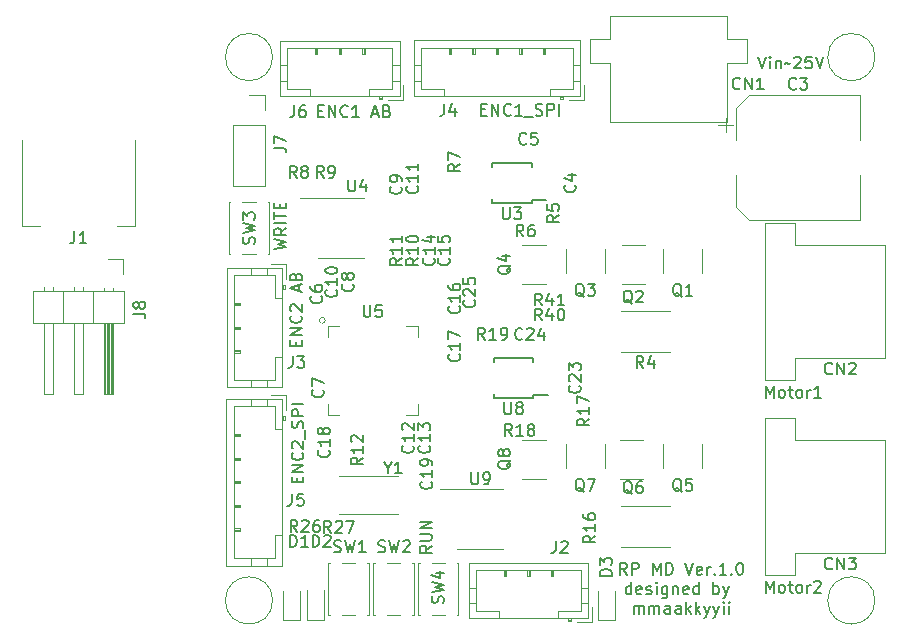
<source format=gbr>
G04 #@! TF.GenerationSoftware,KiCad,Pcbnew,(5.1.5)-3*
G04 #@! TF.CreationDate,2022-05-21T19:39:02+09:00*
G04 #@! TF.ProjectId,RP_MD,52505f4d-442e-46b6-9963-61645f706362,rev?*
G04 #@! TF.SameCoordinates,Original*
G04 #@! TF.FileFunction,Legend,Top*
G04 #@! TF.FilePolarity,Positive*
%FSLAX46Y46*%
G04 Gerber Fmt 4.6, Leading zero omitted, Abs format (unit mm)*
G04 Created by KiCad (PCBNEW (5.1.5)-3) date 2022-05-21 19:39:02*
%MOMM*%
%LPD*%
G04 APERTURE LIST*
%ADD10C,0.150000*%
%ADD11C,0.120000*%
G04 APERTURE END LIST*
D10*
X143208952Y-96147880D02*
X142875619Y-95671690D01*
X142637523Y-96147880D02*
X142637523Y-95147880D01*
X143018476Y-95147880D01*
X143113714Y-95195500D01*
X143161333Y-95243119D01*
X143208952Y-95338357D01*
X143208952Y-95481214D01*
X143161333Y-95576452D01*
X143113714Y-95624071D01*
X143018476Y-95671690D01*
X142637523Y-95671690D01*
X143637523Y-96147880D02*
X143637523Y-95147880D01*
X144018476Y-95147880D01*
X144113714Y-95195500D01*
X144161333Y-95243119D01*
X144208952Y-95338357D01*
X144208952Y-95481214D01*
X144161333Y-95576452D01*
X144113714Y-95624071D01*
X144018476Y-95671690D01*
X143637523Y-95671690D01*
X145399428Y-96147880D02*
X145399428Y-95147880D01*
X145732761Y-95862166D01*
X146066095Y-95147880D01*
X146066095Y-96147880D01*
X146542285Y-96147880D02*
X146542285Y-95147880D01*
X146780380Y-95147880D01*
X146923238Y-95195500D01*
X147018476Y-95290738D01*
X147066095Y-95385976D01*
X147113714Y-95576452D01*
X147113714Y-95719309D01*
X147066095Y-95909785D01*
X147018476Y-96005023D01*
X146923238Y-96100261D01*
X146780380Y-96147880D01*
X146542285Y-96147880D01*
X148161333Y-95147880D02*
X148494666Y-96147880D01*
X148828000Y-95147880D01*
X149542285Y-96100261D02*
X149447047Y-96147880D01*
X149256571Y-96147880D01*
X149161333Y-96100261D01*
X149113714Y-96005023D01*
X149113714Y-95624071D01*
X149161333Y-95528833D01*
X149256571Y-95481214D01*
X149447047Y-95481214D01*
X149542285Y-95528833D01*
X149589904Y-95624071D01*
X149589904Y-95719309D01*
X149113714Y-95814547D01*
X150018476Y-96147880D02*
X150018476Y-95481214D01*
X150018476Y-95671690D02*
X150066095Y-95576452D01*
X150113714Y-95528833D01*
X150208952Y-95481214D01*
X150304190Y-95481214D01*
X150637523Y-96052642D02*
X150685142Y-96100261D01*
X150637523Y-96147880D01*
X150589904Y-96100261D01*
X150637523Y-96052642D01*
X150637523Y-96147880D01*
X151637523Y-96147880D02*
X151066095Y-96147880D01*
X151351809Y-96147880D02*
X151351809Y-95147880D01*
X151256571Y-95290738D01*
X151161333Y-95385976D01*
X151066095Y-95433595D01*
X152066095Y-96052642D02*
X152113714Y-96100261D01*
X152066095Y-96147880D01*
X152018476Y-96100261D01*
X152066095Y-96052642D01*
X152066095Y-96147880D01*
X152732761Y-95147880D02*
X152828000Y-95147880D01*
X152923238Y-95195500D01*
X152970857Y-95243119D01*
X153018476Y-95338357D01*
X153066095Y-95528833D01*
X153066095Y-95766928D01*
X153018476Y-95957404D01*
X152970857Y-96052642D01*
X152923238Y-96100261D01*
X152828000Y-96147880D01*
X152732761Y-96147880D01*
X152637523Y-96100261D01*
X152589904Y-96052642D01*
X152542285Y-95957404D01*
X152494666Y-95766928D01*
X152494666Y-95528833D01*
X152542285Y-95338357D01*
X152589904Y-95243119D01*
X152637523Y-95195500D01*
X152732761Y-95147880D01*
X143589904Y-97797880D02*
X143589904Y-96797880D01*
X143589904Y-97750261D02*
X143494666Y-97797880D01*
X143304190Y-97797880D01*
X143208952Y-97750261D01*
X143161333Y-97702642D01*
X143113714Y-97607404D01*
X143113714Y-97321690D01*
X143161333Y-97226452D01*
X143208952Y-97178833D01*
X143304190Y-97131214D01*
X143494666Y-97131214D01*
X143589904Y-97178833D01*
X144447047Y-97750261D02*
X144351809Y-97797880D01*
X144161333Y-97797880D01*
X144066095Y-97750261D01*
X144018476Y-97655023D01*
X144018476Y-97274071D01*
X144066095Y-97178833D01*
X144161333Y-97131214D01*
X144351809Y-97131214D01*
X144447047Y-97178833D01*
X144494666Y-97274071D01*
X144494666Y-97369309D01*
X144018476Y-97464547D01*
X144875619Y-97750261D02*
X144970857Y-97797880D01*
X145161333Y-97797880D01*
X145256571Y-97750261D01*
X145304190Y-97655023D01*
X145304190Y-97607404D01*
X145256571Y-97512166D01*
X145161333Y-97464547D01*
X145018476Y-97464547D01*
X144923238Y-97416928D01*
X144875619Y-97321690D01*
X144875619Y-97274071D01*
X144923238Y-97178833D01*
X145018476Y-97131214D01*
X145161333Y-97131214D01*
X145256571Y-97178833D01*
X145732761Y-97797880D02*
X145732761Y-97131214D01*
X145732761Y-96797880D02*
X145685142Y-96845500D01*
X145732761Y-96893119D01*
X145780380Y-96845500D01*
X145732761Y-96797880D01*
X145732761Y-96893119D01*
X146637523Y-97131214D02*
X146637523Y-97940738D01*
X146589904Y-98035976D01*
X146542285Y-98083595D01*
X146447047Y-98131214D01*
X146304190Y-98131214D01*
X146208952Y-98083595D01*
X146637523Y-97750261D02*
X146542285Y-97797880D01*
X146351809Y-97797880D01*
X146256571Y-97750261D01*
X146208952Y-97702642D01*
X146161333Y-97607404D01*
X146161333Y-97321690D01*
X146208952Y-97226452D01*
X146256571Y-97178833D01*
X146351809Y-97131214D01*
X146542285Y-97131214D01*
X146637523Y-97178833D01*
X147113714Y-97131214D02*
X147113714Y-97797880D01*
X147113714Y-97226452D02*
X147161333Y-97178833D01*
X147256571Y-97131214D01*
X147399428Y-97131214D01*
X147494666Y-97178833D01*
X147542285Y-97274071D01*
X147542285Y-97797880D01*
X148399428Y-97750261D02*
X148304190Y-97797880D01*
X148113714Y-97797880D01*
X148018476Y-97750261D01*
X147970857Y-97655023D01*
X147970857Y-97274071D01*
X148018476Y-97178833D01*
X148113714Y-97131214D01*
X148304190Y-97131214D01*
X148399428Y-97178833D01*
X148447047Y-97274071D01*
X148447047Y-97369309D01*
X147970857Y-97464547D01*
X149304190Y-97797880D02*
X149304190Y-96797880D01*
X149304190Y-97750261D02*
X149208952Y-97797880D01*
X149018476Y-97797880D01*
X148923238Y-97750261D01*
X148875619Y-97702642D01*
X148828000Y-97607404D01*
X148828000Y-97321690D01*
X148875619Y-97226452D01*
X148923238Y-97178833D01*
X149018476Y-97131214D01*
X149208952Y-97131214D01*
X149304190Y-97178833D01*
X150542285Y-97797880D02*
X150542285Y-96797880D01*
X150542285Y-97178833D02*
X150637523Y-97131214D01*
X150828000Y-97131214D01*
X150923238Y-97178833D01*
X150970857Y-97226452D01*
X151018476Y-97321690D01*
X151018476Y-97607404D01*
X150970857Y-97702642D01*
X150923238Y-97750261D01*
X150828000Y-97797880D01*
X150637523Y-97797880D01*
X150542285Y-97750261D01*
X151351809Y-97131214D02*
X151589904Y-97797880D01*
X151828000Y-97131214D02*
X151589904Y-97797880D01*
X151494666Y-98035976D01*
X151447047Y-98083595D01*
X151351809Y-98131214D01*
X143780380Y-99447880D02*
X143780380Y-98781214D01*
X143780380Y-98876452D02*
X143828000Y-98828833D01*
X143923238Y-98781214D01*
X144066095Y-98781214D01*
X144161333Y-98828833D01*
X144208952Y-98924071D01*
X144208952Y-99447880D01*
X144208952Y-98924071D02*
X144256571Y-98828833D01*
X144351809Y-98781214D01*
X144494666Y-98781214D01*
X144589904Y-98828833D01*
X144637523Y-98924071D01*
X144637523Y-99447880D01*
X145113714Y-99447880D02*
X145113714Y-98781214D01*
X145113714Y-98876452D02*
X145161333Y-98828833D01*
X145256571Y-98781214D01*
X145399428Y-98781214D01*
X145494666Y-98828833D01*
X145542285Y-98924071D01*
X145542285Y-99447880D01*
X145542285Y-98924071D02*
X145589904Y-98828833D01*
X145685142Y-98781214D01*
X145828000Y-98781214D01*
X145923238Y-98828833D01*
X145970857Y-98924071D01*
X145970857Y-99447880D01*
X146875619Y-99447880D02*
X146875619Y-98924071D01*
X146828000Y-98828833D01*
X146732761Y-98781214D01*
X146542285Y-98781214D01*
X146447047Y-98828833D01*
X146875619Y-99400261D02*
X146780380Y-99447880D01*
X146542285Y-99447880D01*
X146447047Y-99400261D01*
X146399428Y-99305023D01*
X146399428Y-99209785D01*
X146447047Y-99114547D01*
X146542285Y-99066928D01*
X146780380Y-99066928D01*
X146875619Y-99019309D01*
X147780380Y-99447880D02*
X147780380Y-98924071D01*
X147732761Y-98828833D01*
X147637523Y-98781214D01*
X147447047Y-98781214D01*
X147351809Y-98828833D01*
X147780380Y-99400261D02*
X147685142Y-99447880D01*
X147447047Y-99447880D01*
X147351809Y-99400261D01*
X147304190Y-99305023D01*
X147304190Y-99209785D01*
X147351809Y-99114547D01*
X147447047Y-99066928D01*
X147685142Y-99066928D01*
X147780380Y-99019309D01*
X148256571Y-99447880D02*
X148256571Y-98447880D01*
X148351809Y-99066928D02*
X148637523Y-99447880D01*
X148637523Y-98781214D02*
X148256571Y-99162166D01*
X149066095Y-99447880D02*
X149066095Y-98447880D01*
X149161333Y-99066928D02*
X149447047Y-99447880D01*
X149447047Y-98781214D02*
X149066095Y-99162166D01*
X149780380Y-98781214D02*
X150018476Y-99447880D01*
X150256571Y-98781214D02*
X150018476Y-99447880D01*
X149923238Y-99685976D01*
X149875619Y-99733595D01*
X149780380Y-99781214D01*
X150542285Y-98781214D02*
X150780380Y-99447880D01*
X151018476Y-98781214D02*
X150780380Y-99447880D01*
X150685142Y-99685976D01*
X150637523Y-99733595D01*
X150542285Y-99781214D01*
X151399428Y-99447880D02*
X151399428Y-98781214D01*
X151399428Y-98447880D02*
X151351809Y-98495500D01*
X151399428Y-98543119D01*
X151447047Y-98495500D01*
X151399428Y-98447880D01*
X151399428Y-98543119D01*
X151875619Y-99447880D02*
X151875619Y-98781214D01*
X151875619Y-98447880D02*
X151828000Y-98495500D01*
X151875619Y-98543119D01*
X151923238Y-98495500D01*
X151875619Y-98447880D01*
X151875619Y-98543119D01*
X113371380Y-68611500D02*
X114371380Y-68373404D01*
X113657095Y-68182928D01*
X114371380Y-67992452D01*
X113371380Y-67754357D01*
X114371380Y-66801976D02*
X113895190Y-67135309D01*
X114371380Y-67373404D02*
X113371380Y-67373404D01*
X113371380Y-66992452D01*
X113419000Y-66897214D01*
X113466619Y-66849595D01*
X113561857Y-66801976D01*
X113704714Y-66801976D01*
X113799952Y-66849595D01*
X113847571Y-66897214D01*
X113895190Y-66992452D01*
X113895190Y-67373404D01*
X114371380Y-66373404D02*
X113371380Y-66373404D01*
X113371380Y-66040071D02*
X113371380Y-65468642D01*
X114371380Y-65754357D02*
X113371380Y-65754357D01*
X113847571Y-65135309D02*
X113847571Y-64801976D01*
X114371380Y-64659119D02*
X114371380Y-65135309D01*
X113371380Y-65135309D01*
X113371380Y-64659119D01*
X126690380Y-93702095D02*
X126214190Y-94035428D01*
X126690380Y-94273523D02*
X125690380Y-94273523D01*
X125690380Y-93892571D01*
X125738000Y-93797333D01*
X125785619Y-93749714D01*
X125880857Y-93702095D01*
X126023714Y-93702095D01*
X126118952Y-93749714D01*
X126166571Y-93797333D01*
X126214190Y-93892571D01*
X126214190Y-94273523D01*
X125690380Y-93273523D02*
X126499904Y-93273523D01*
X126595142Y-93225904D01*
X126642761Y-93178285D01*
X126690380Y-93083047D01*
X126690380Y-92892571D01*
X126642761Y-92797333D01*
X126595142Y-92749714D01*
X126499904Y-92702095D01*
X125690380Y-92702095D01*
X126690380Y-92225904D02*
X125690380Y-92225904D01*
X126690380Y-91654476D01*
X125690380Y-91654476D01*
X115308071Y-88336023D02*
X115308071Y-88002690D01*
X115831880Y-87859833D02*
X115831880Y-88336023D01*
X114831880Y-88336023D01*
X114831880Y-87859833D01*
X115831880Y-87431261D02*
X114831880Y-87431261D01*
X115831880Y-86859833D01*
X114831880Y-86859833D01*
X115736642Y-85812214D02*
X115784261Y-85859833D01*
X115831880Y-86002690D01*
X115831880Y-86097928D01*
X115784261Y-86240785D01*
X115689023Y-86336023D01*
X115593785Y-86383642D01*
X115403309Y-86431261D01*
X115260452Y-86431261D01*
X115069976Y-86383642D01*
X114974738Y-86336023D01*
X114879500Y-86240785D01*
X114831880Y-86097928D01*
X114831880Y-86002690D01*
X114879500Y-85859833D01*
X114927119Y-85812214D01*
X114927119Y-85431261D02*
X114879500Y-85383642D01*
X114831880Y-85288404D01*
X114831880Y-85050309D01*
X114879500Y-84955071D01*
X114927119Y-84907452D01*
X115022357Y-84859833D01*
X115117595Y-84859833D01*
X115260452Y-84907452D01*
X115831880Y-85478880D01*
X115831880Y-84859833D01*
X115927119Y-84669357D02*
X115927119Y-83907452D01*
X115784261Y-83716976D02*
X115831880Y-83574119D01*
X115831880Y-83336023D01*
X115784261Y-83240785D01*
X115736642Y-83193166D01*
X115641404Y-83145547D01*
X115546166Y-83145547D01*
X115450928Y-83193166D01*
X115403309Y-83240785D01*
X115355690Y-83336023D01*
X115308071Y-83526500D01*
X115260452Y-83621738D01*
X115212833Y-83669357D01*
X115117595Y-83716976D01*
X115022357Y-83716976D01*
X114927119Y-83669357D01*
X114879500Y-83621738D01*
X114831880Y-83526500D01*
X114831880Y-83288404D01*
X114879500Y-83145547D01*
X115831880Y-82716976D02*
X114831880Y-82716976D01*
X114831880Y-82336023D01*
X114879500Y-82240785D01*
X114927119Y-82193166D01*
X115022357Y-82145547D01*
X115165214Y-82145547D01*
X115260452Y-82193166D01*
X115308071Y-82240785D01*
X115355690Y-82336023D01*
X115355690Y-82716976D01*
X115831880Y-81716976D02*
X114831880Y-81716976D01*
X115181071Y-76747309D02*
X115181071Y-76413976D01*
X115704880Y-76271119D02*
X115704880Y-76747309D01*
X114704880Y-76747309D01*
X114704880Y-76271119D01*
X115704880Y-75842547D02*
X114704880Y-75842547D01*
X115704880Y-75271119D01*
X114704880Y-75271119D01*
X115609642Y-74223500D02*
X115657261Y-74271119D01*
X115704880Y-74413976D01*
X115704880Y-74509214D01*
X115657261Y-74652071D01*
X115562023Y-74747309D01*
X115466785Y-74794928D01*
X115276309Y-74842547D01*
X115133452Y-74842547D01*
X114942976Y-74794928D01*
X114847738Y-74747309D01*
X114752500Y-74652071D01*
X114704880Y-74509214D01*
X114704880Y-74413976D01*
X114752500Y-74271119D01*
X114800119Y-74223500D01*
X114800119Y-73842547D02*
X114752500Y-73794928D01*
X114704880Y-73699690D01*
X114704880Y-73461595D01*
X114752500Y-73366357D01*
X114800119Y-73318738D01*
X114895357Y-73271119D01*
X114990595Y-73271119D01*
X115133452Y-73318738D01*
X115704880Y-73890166D01*
X115704880Y-73271119D01*
X115419166Y-72128261D02*
X115419166Y-71652071D01*
X115704880Y-72223500D02*
X114704880Y-71890166D01*
X115704880Y-71556833D01*
X115181071Y-70890166D02*
X115228690Y-70747309D01*
X115276309Y-70699690D01*
X115371547Y-70652071D01*
X115514404Y-70652071D01*
X115609642Y-70699690D01*
X115657261Y-70747309D01*
X115704880Y-70842547D01*
X115704880Y-71223500D01*
X114704880Y-71223500D01*
X114704880Y-70890166D01*
X114752500Y-70794928D01*
X114800119Y-70747309D01*
X114895357Y-70699690D01*
X114990595Y-70699690D01*
X115085833Y-70747309D01*
X115133452Y-70794928D01*
X115181071Y-70890166D01*
X115181071Y-71223500D01*
X117054690Y-56888071D02*
X117388023Y-56888071D01*
X117530880Y-57411880D02*
X117054690Y-57411880D01*
X117054690Y-56411880D01*
X117530880Y-56411880D01*
X117959452Y-57411880D02*
X117959452Y-56411880D01*
X118530880Y-57411880D01*
X118530880Y-56411880D01*
X119578500Y-57316642D02*
X119530880Y-57364261D01*
X119388023Y-57411880D01*
X119292785Y-57411880D01*
X119149928Y-57364261D01*
X119054690Y-57269023D01*
X119007071Y-57173785D01*
X118959452Y-56983309D01*
X118959452Y-56840452D01*
X119007071Y-56649976D01*
X119054690Y-56554738D01*
X119149928Y-56459500D01*
X119292785Y-56411880D01*
X119388023Y-56411880D01*
X119530880Y-56459500D01*
X119578500Y-56507119D01*
X120530880Y-57411880D02*
X119959452Y-57411880D01*
X120245166Y-57411880D02*
X120245166Y-56411880D01*
X120149928Y-56554738D01*
X120054690Y-56649976D01*
X119959452Y-56697595D01*
X121673738Y-57126166D02*
X122149928Y-57126166D01*
X121578500Y-57411880D02*
X121911833Y-56411880D01*
X122245166Y-57411880D01*
X122911833Y-56888071D02*
X123054690Y-56935690D01*
X123102309Y-56983309D01*
X123149928Y-57078547D01*
X123149928Y-57221404D01*
X123102309Y-57316642D01*
X123054690Y-57364261D01*
X122959452Y-57411880D01*
X122578500Y-57411880D01*
X122578500Y-56411880D01*
X122911833Y-56411880D01*
X123007071Y-56459500D01*
X123054690Y-56507119D01*
X123102309Y-56602357D01*
X123102309Y-56697595D01*
X123054690Y-56792833D01*
X123007071Y-56840452D01*
X122911833Y-56888071D01*
X122578500Y-56888071D01*
X130865976Y-56761071D02*
X131199309Y-56761071D01*
X131342166Y-57284880D02*
X130865976Y-57284880D01*
X130865976Y-56284880D01*
X131342166Y-56284880D01*
X131770738Y-57284880D02*
X131770738Y-56284880D01*
X132342166Y-57284880D01*
X132342166Y-56284880D01*
X133389785Y-57189642D02*
X133342166Y-57237261D01*
X133199309Y-57284880D01*
X133104071Y-57284880D01*
X132961214Y-57237261D01*
X132865976Y-57142023D01*
X132818357Y-57046785D01*
X132770738Y-56856309D01*
X132770738Y-56713452D01*
X132818357Y-56522976D01*
X132865976Y-56427738D01*
X132961214Y-56332500D01*
X133104071Y-56284880D01*
X133199309Y-56284880D01*
X133342166Y-56332500D01*
X133389785Y-56380119D01*
X134342166Y-57284880D02*
X133770738Y-57284880D01*
X134056452Y-57284880D02*
X134056452Y-56284880D01*
X133961214Y-56427738D01*
X133865976Y-56522976D01*
X133770738Y-56570595D01*
X134532642Y-57380119D02*
X135294547Y-57380119D01*
X135485023Y-57237261D02*
X135627880Y-57284880D01*
X135865976Y-57284880D01*
X135961214Y-57237261D01*
X136008833Y-57189642D01*
X136056452Y-57094404D01*
X136056452Y-56999166D01*
X136008833Y-56903928D01*
X135961214Y-56856309D01*
X135865976Y-56808690D01*
X135675500Y-56761071D01*
X135580261Y-56713452D01*
X135532642Y-56665833D01*
X135485023Y-56570595D01*
X135485023Y-56475357D01*
X135532642Y-56380119D01*
X135580261Y-56332500D01*
X135675500Y-56284880D01*
X135913595Y-56284880D01*
X136056452Y-56332500D01*
X136485023Y-57284880D02*
X136485023Y-56284880D01*
X136865976Y-56284880D01*
X136961214Y-56332500D01*
X137008833Y-56380119D01*
X137056452Y-56475357D01*
X137056452Y-56618214D01*
X137008833Y-56713452D01*
X136961214Y-56761071D01*
X136865976Y-56808690D01*
X136485023Y-56808690D01*
X137485023Y-57284880D02*
X137485023Y-56284880D01*
X154979976Y-81160880D02*
X154979976Y-80160880D01*
X155313309Y-80875166D01*
X155646642Y-80160880D01*
X155646642Y-81160880D01*
X156265690Y-81160880D02*
X156170452Y-81113261D01*
X156122833Y-81065642D01*
X156075214Y-80970404D01*
X156075214Y-80684690D01*
X156122833Y-80589452D01*
X156170452Y-80541833D01*
X156265690Y-80494214D01*
X156408547Y-80494214D01*
X156503785Y-80541833D01*
X156551404Y-80589452D01*
X156599023Y-80684690D01*
X156599023Y-80970404D01*
X156551404Y-81065642D01*
X156503785Y-81113261D01*
X156408547Y-81160880D01*
X156265690Y-81160880D01*
X156884738Y-80494214D02*
X157265690Y-80494214D01*
X157027595Y-80160880D02*
X157027595Y-81018023D01*
X157075214Y-81113261D01*
X157170452Y-81160880D01*
X157265690Y-81160880D01*
X157741880Y-81160880D02*
X157646642Y-81113261D01*
X157599023Y-81065642D01*
X157551404Y-80970404D01*
X157551404Y-80684690D01*
X157599023Y-80589452D01*
X157646642Y-80541833D01*
X157741880Y-80494214D01*
X157884738Y-80494214D01*
X157979976Y-80541833D01*
X158027595Y-80589452D01*
X158075214Y-80684690D01*
X158075214Y-80970404D01*
X158027595Y-81065642D01*
X157979976Y-81113261D01*
X157884738Y-81160880D01*
X157741880Y-81160880D01*
X158503785Y-81160880D02*
X158503785Y-80494214D01*
X158503785Y-80684690D02*
X158551404Y-80589452D01*
X158599023Y-80541833D01*
X158694261Y-80494214D01*
X158789500Y-80494214D01*
X159646642Y-81160880D02*
X159075214Y-81160880D01*
X159360928Y-81160880D02*
X159360928Y-80160880D01*
X159265690Y-80303738D01*
X159170452Y-80398976D01*
X159075214Y-80446595D01*
X154979976Y-97670880D02*
X154979976Y-96670880D01*
X155313309Y-97385166D01*
X155646642Y-96670880D01*
X155646642Y-97670880D01*
X156265690Y-97670880D02*
X156170452Y-97623261D01*
X156122833Y-97575642D01*
X156075214Y-97480404D01*
X156075214Y-97194690D01*
X156122833Y-97099452D01*
X156170452Y-97051833D01*
X156265690Y-97004214D01*
X156408547Y-97004214D01*
X156503785Y-97051833D01*
X156551404Y-97099452D01*
X156599023Y-97194690D01*
X156599023Y-97480404D01*
X156551404Y-97575642D01*
X156503785Y-97623261D01*
X156408547Y-97670880D01*
X156265690Y-97670880D01*
X156884738Y-97004214D02*
X157265690Y-97004214D01*
X157027595Y-96670880D02*
X157027595Y-97528023D01*
X157075214Y-97623261D01*
X157170452Y-97670880D01*
X157265690Y-97670880D01*
X157741880Y-97670880D02*
X157646642Y-97623261D01*
X157599023Y-97575642D01*
X157551404Y-97480404D01*
X157551404Y-97194690D01*
X157599023Y-97099452D01*
X157646642Y-97051833D01*
X157741880Y-97004214D01*
X157884738Y-97004214D01*
X157979976Y-97051833D01*
X158027595Y-97099452D01*
X158075214Y-97194690D01*
X158075214Y-97480404D01*
X158027595Y-97575642D01*
X157979976Y-97623261D01*
X157884738Y-97670880D01*
X157741880Y-97670880D01*
X158503785Y-97670880D02*
X158503785Y-97004214D01*
X158503785Y-97194690D02*
X158551404Y-97099452D01*
X158599023Y-97051833D01*
X158694261Y-97004214D01*
X158789500Y-97004214D01*
X159075214Y-96766119D02*
X159122833Y-96718500D01*
X159218071Y-96670880D01*
X159456166Y-96670880D01*
X159551404Y-96718500D01*
X159599023Y-96766119D01*
X159646642Y-96861357D01*
X159646642Y-96956595D01*
X159599023Y-97099452D01*
X159027595Y-97670880D01*
X159646642Y-97670880D01*
X154337095Y-52284380D02*
X154670428Y-53284380D01*
X155003761Y-52284380D01*
X155337095Y-53284380D02*
X155337095Y-52617714D01*
X155337095Y-52284380D02*
X155289476Y-52332000D01*
X155337095Y-52379619D01*
X155384714Y-52332000D01*
X155337095Y-52284380D01*
X155337095Y-52379619D01*
X155813285Y-52617714D02*
X155813285Y-53284380D01*
X155813285Y-52712952D02*
X155860904Y-52665333D01*
X155956142Y-52617714D01*
X156099000Y-52617714D01*
X156194238Y-52665333D01*
X156241857Y-52760571D01*
X156241857Y-53284380D01*
X156575190Y-52903428D02*
X156622809Y-52855809D01*
X156718047Y-52808190D01*
X156908523Y-52903428D01*
X157003761Y-52855809D01*
X157051380Y-52808190D01*
X157384714Y-52379619D02*
X157432333Y-52332000D01*
X157527571Y-52284380D01*
X157765666Y-52284380D01*
X157860904Y-52332000D01*
X157908523Y-52379619D01*
X157956142Y-52474857D01*
X157956142Y-52570095D01*
X157908523Y-52712952D01*
X157337095Y-53284380D01*
X157956142Y-53284380D01*
X158860904Y-52284380D02*
X158384714Y-52284380D01*
X158337095Y-52760571D01*
X158384714Y-52712952D01*
X158479952Y-52665333D01*
X158718047Y-52665333D01*
X158813285Y-52712952D01*
X158860904Y-52760571D01*
X158908523Y-52855809D01*
X158908523Y-53093904D01*
X158860904Y-53189142D01*
X158813285Y-53236761D01*
X158718047Y-53284380D01*
X158479952Y-53284380D01*
X158384714Y-53236761D01*
X158337095Y-53189142D01*
X159194238Y-52284380D02*
X159527571Y-53284380D01*
X159860904Y-52284380D01*
D11*
X113220000Y-52330000D02*
G75*
G03X113220000Y-52330000I-2000000J0D01*
G01*
X164220000Y-52330000D02*
G75*
G03X164220000Y-52330000I-2000000J0D01*
G01*
X164220000Y-98330000D02*
G75*
G03X164220000Y-98330000I-2000000J0D01*
G01*
X113220000Y-98330000D02*
G75*
G03X113220000Y-98330000I-2000000J0D01*
G01*
X93530000Y-66640000D02*
X92030000Y-66640000D01*
X92030000Y-66640000D02*
X92030000Y-59380000D01*
X101530000Y-66640000D02*
X101530000Y-59380000D01*
X101530000Y-66640000D02*
X100030000Y-66640000D01*
X114330000Y-80970000D02*
X113080000Y-80970000D01*
X114330000Y-82220000D02*
X114330000Y-80970000D01*
X109920000Y-92330000D02*
X110420000Y-92330000D01*
X110420000Y-92430000D02*
X109920000Y-92430000D01*
X110420000Y-92230000D02*
X110420000Y-92430000D01*
X109920000Y-92230000D02*
X110420000Y-92230000D01*
X109920000Y-90330000D02*
X110420000Y-90330000D01*
X110420000Y-90430000D02*
X109920000Y-90430000D01*
X110420000Y-90230000D02*
X110420000Y-90430000D01*
X109920000Y-90230000D02*
X110420000Y-90230000D01*
X109920000Y-88330000D02*
X110420000Y-88330000D01*
X110420000Y-88430000D02*
X109920000Y-88430000D01*
X110420000Y-88230000D02*
X110420000Y-88430000D01*
X109920000Y-88230000D02*
X110420000Y-88230000D01*
X109920000Y-86330000D02*
X110420000Y-86330000D01*
X110420000Y-86430000D02*
X109920000Y-86430000D01*
X110420000Y-86230000D02*
X110420000Y-86430000D01*
X109920000Y-86230000D02*
X110420000Y-86230000D01*
X109920000Y-84330000D02*
X110420000Y-84330000D01*
X110420000Y-84430000D02*
X109920000Y-84430000D01*
X110420000Y-84230000D02*
X110420000Y-84430000D01*
X109920000Y-84230000D02*
X110420000Y-84230000D01*
X111420000Y-95390000D02*
X111420000Y-94780000D01*
X112720000Y-95390000D02*
X112720000Y-94780000D01*
X111420000Y-81270000D02*
X111420000Y-81880000D01*
X112720000Y-81270000D02*
X112720000Y-81880000D01*
X113420000Y-92830000D02*
X114030000Y-92830000D01*
X113420000Y-94780000D02*
X113420000Y-92830000D01*
X109920000Y-94780000D02*
X113420000Y-94780000D01*
X109920000Y-81880000D02*
X109920000Y-94780000D01*
X113420000Y-81880000D02*
X109920000Y-81880000D01*
X113420000Y-83830000D02*
X113420000Y-81880000D01*
X114030000Y-83830000D02*
X113420000Y-83830000D01*
X114130000Y-83030000D02*
X114130000Y-82730000D01*
X114230000Y-82730000D02*
X114030000Y-82730000D01*
X114230000Y-83030000D02*
X114230000Y-82730000D01*
X114030000Y-83030000D02*
X114230000Y-83030000D01*
X114030000Y-95390000D02*
X114030000Y-81270000D01*
X109310000Y-95390000D02*
X114030000Y-95390000D01*
X109310000Y-81270000D02*
X109310000Y-95390000D01*
X114030000Y-81270000D02*
X109310000Y-81270000D01*
X125554000Y-95130000D02*
X125554000Y-99530000D01*
X125554000Y-99530000D02*
X125674000Y-99530000D01*
X126684000Y-99530000D02*
X127824000Y-99530000D01*
X128834000Y-99530000D02*
X128954000Y-99530000D01*
X128954000Y-99530000D02*
X128954000Y-95130000D01*
X128954000Y-95130000D02*
X128834000Y-95130000D01*
X127824000Y-95130000D02*
X126684000Y-95130000D01*
X125674000Y-95130000D02*
X125554000Y-95130000D01*
X125160000Y-99530000D02*
X125160000Y-95130000D01*
X125160000Y-95130000D02*
X125040000Y-95130000D01*
X124030000Y-95130000D02*
X122890000Y-95130000D01*
X121880000Y-95130000D02*
X121760000Y-95130000D01*
X121760000Y-95130000D02*
X121760000Y-99530000D01*
X121760000Y-99530000D02*
X121880000Y-99530000D01*
X122890000Y-99530000D02*
X124030000Y-99530000D01*
X125040000Y-99530000D02*
X125160000Y-99530000D01*
X121350000Y-99530000D02*
X121350000Y-95130000D01*
X121350000Y-95130000D02*
X121230000Y-95130000D01*
X120220000Y-95130000D02*
X119080000Y-95130000D01*
X118070000Y-95130000D02*
X117950000Y-95130000D01*
X117950000Y-95130000D02*
X117950000Y-99530000D01*
X117950000Y-99530000D02*
X118070000Y-99530000D01*
X119080000Y-99530000D02*
X120220000Y-99530000D01*
X121230000Y-99530000D02*
X121350000Y-99530000D01*
X109520000Y-64630000D02*
X109520000Y-69030000D01*
X109520000Y-69030000D02*
X109640000Y-69030000D01*
X110650000Y-69030000D02*
X111790000Y-69030000D01*
X112800000Y-69030000D02*
X112920000Y-69030000D01*
X112920000Y-69030000D02*
X112920000Y-64630000D01*
X112920000Y-64630000D02*
X112800000Y-64630000D01*
X111790000Y-64630000D02*
X110650000Y-64630000D01*
X109640000Y-64630000D02*
X109520000Y-64630000D01*
X151595000Y-57445000D02*
X151595000Y-58695000D01*
X150970000Y-58070000D02*
X152220000Y-58070000D01*
X152460000Y-65025563D02*
X153524437Y-66090000D01*
X152460000Y-56634437D02*
X153524437Y-55570000D01*
X152460000Y-56634437D02*
X152460000Y-59320000D01*
X152460000Y-65025563D02*
X152460000Y-62340000D01*
X153524437Y-66090000D02*
X162980000Y-66090000D01*
X153524437Y-55570000D02*
X162980000Y-55570000D01*
X162980000Y-55570000D02*
X162980000Y-59320000D01*
X162980000Y-66090000D02*
X162980000Y-62340000D01*
X111220000Y-55500000D02*
X112550000Y-55500000D01*
X112550000Y-55500000D02*
X112550000Y-56830000D01*
X112550000Y-58100000D02*
X112550000Y-63240000D01*
X109890000Y-63240000D02*
X112550000Y-63240000D01*
X109890000Y-58100000D02*
X109890000Y-63240000D01*
X109890000Y-58100000D02*
X112550000Y-58100000D01*
X100590000Y-69460000D02*
X100590000Y-70730000D01*
X99320000Y-69460000D02*
X100590000Y-69460000D01*
X93860000Y-71772929D02*
X93860000Y-72170000D01*
X94620000Y-71772929D02*
X94620000Y-72170000D01*
X93860000Y-80830000D02*
X93860000Y-74830000D01*
X94620000Y-80830000D02*
X93860000Y-80830000D01*
X94620000Y-74830000D02*
X94620000Y-80830000D01*
X95510000Y-72170000D02*
X95510000Y-74830000D01*
X96400000Y-71772929D02*
X96400000Y-72170000D01*
X97160000Y-71772929D02*
X97160000Y-72170000D01*
X96400000Y-80830000D02*
X96400000Y-74830000D01*
X97160000Y-80830000D02*
X96400000Y-80830000D01*
X97160000Y-74830000D02*
X97160000Y-80830000D01*
X98050000Y-72170000D02*
X98050000Y-74830000D01*
X98940000Y-71840000D02*
X98940000Y-72170000D01*
X99700000Y-71840000D02*
X99700000Y-72170000D01*
X99040000Y-74830000D02*
X99040000Y-80830000D01*
X99160000Y-74830000D02*
X99160000Y-80830000D01*
X99280000Y-74830000D02*
X99280000Y-80830000D01*
X99400000Y-74830000D02*
X99400000Y-80830000D01*
X99520000Y-74830000D02*
X99520000Y-80830000D01*
X99640000Y-74830000D02*
X99640000Y-80830000D01*
X98940000Y-80830000D02*
X98940000Y-74830000D01*
X99700000Y-80830000D02*
X98940000Y-80830000D01*
X99700000Y-74830000D02*
X99700000Y-80830000D01*
X100650000Y-74830000D02*
X100650000Y-72170000D01*
X92910000Y-74830000D02*
X100650000Y-74830000D01*
X92910000Y-72170000D02*
X92910000Y-74830000D01*
X100650000Y-72170000D02*
X92910000Y-72170000D01*
X146832064Y-90365000D02*
X142727936Y-90365000D01*
X146832064Y-93785000D02*
X142727936Y-93785000D01*
X130810000Y-88880000D02*
X127360000Y-88880000D01*
X130810000Y-88880000D02*
X132760000Y-88880000D01*
X130810000Y-94000000D02*
X128860000Y-94000000D01*
X130810000Y-94000000D02*
X132760000Y-94000000D01*
X124280000Y-55950000D02*
X124280000Y-54700000D01*
X123030000Y-55950000D02*
X124280000Y-55950000D01*
X116920000Y-51540000D02*
X116920000Y-52040000D01*
X116820000Y-52040000D02*
X116820000Y-51540000D01*
X117020000Y-52040000D02*
X116820000Y-52040000D01*
X117020000Y-51540000D02*
X117020000Y-52040000D01*
X118920000Y-51540000D02*
X118920000Y-52040000D01*
X118820000Y-52040000D02*
X118820000Y-51540000D01*
X119020000Y-52040000D02*
X118820000Y-52040000D01*
X119020000Y-51540000D02*
X119020000Y-52040000D01*
X120920000Y-51540000D02*
X120920000Y-52040000D01*
X120820000Y-52040000D02*
X120820000Y-51540000D01*
X121020000Y-52040000D02*
X120820000Y-52040000D01*
X121020000Y-51540000D02*
X121020000Y-52040000D01*
X113860000Y-53040000D02*
X114470000Y-53040000D01*
X113860000Y-54340000D02*
X114470000Y-54340000D01*
X123980000Y-53040000D02*
X123370000Y-53040000D01*
X123980000Y-54340000D02*
X123370000Y-54340000D01*
X116420000Y-55040000D02*
X116420000Y-55650000D01*
X114470000Y-55040000D02*
X116420000Y-55040000D01*
X114470000Y-51540000D02*
X114470000Y-55040000D01*
X123370000Y-51540000D02*
X114470000Y-51540000D01*
X123370000Y-55040000D02*
X123370000Y-51540000D01*
X121420000Y-55040000D02*
X123370000Y-55040000D01*
X121420000Y-55650000D02*
X121420000Y-55040000D01*
X122220000Y-55750000D02*
X122520000Y-55750000D01*
X122520000Y-55850000D02*
X122520000Y-55650000D01*
X122220000Y-55850000D02*
X122520000Y-55850000D01*
X122220000Y-55650000D02*
X122220000Y-55850000D01*
X113860000Y-55650000D02*
X123980000Y-55650000D01*
X113860000Y-50930000D02*
X113860000Y-55650000D01*
X123980000Y-50930000D02*
X113860000Y-50930000D01*
X123980000Y-55650000D02*
X123980000Y-50930000D01*
X139580000Y-55940000D02*
X139580000Y-54690000D01*
X138330000Y-55940000D02*
X139580000Y-55940000D01*
X128220000Y-51530000D02*
X128220000Y-52030000D01*
X128120000Y-52030000D02*
X128120000Y-51530000D01*
X128320000Y-52030000D02*
X128120000Y-52030000D01*
X128320000Y-51530000D02*
X128320000Y-52030000D01*
X130220000Y-51530000D02*
X130220000Y-52030000D01*
X130120000Y-52030000D02*
X130120000Y-51530000D01*
X130320000Y-52030000D02*
X130120000Y-52030000D01*
X130320000Y-51530000D02*
X130320000Y-52030000D01*
X132220000Y-51530000D02*
X132220000Y-52030000D01*
X132120000Y-52030000D02*
X132120000Y-51530000D01*
X132320000Y-52030000D02*
X132120000Y-52030000D01*
X132320000Y-51530000D02*
X132320000Y-52030000D01*
X134220000Y-51530000D02*
X134220000Y-52030000D01*
X134120000Y-52030000D02*
X134120000Y-51530000D01*
X134320000Y-52030000D02*
X134120000Y-52030000D01*
X134320000Y-51530000D02*
X134320000Y-52030000D01*
X136220000Y-51530000D02*
X136220000Y-52030000D01*
X136120000Y-52030000D02*
X136120000Y-51530000D01*
X136320000Y-52030000D02*
X136120000Y-52030000D01*
X136320000Y-51530000D02*
X136320000Y-52030000D01*
X125160000Y-53030000D02*
X125770000Y-53030000D01*
X125160000Y-54330000D02*
X125770000Y-54330000D01*
X139280000Y-53030000D02*
X138670000Y-53030000D01*
X139280000Y-54330000D02*
X138670000Y-54330000D01*
X127720000Y-55030000D02*
X127720000Y-55640000D01*
X125770000Y-55030000D02*
X127720000Y-55030000D01*
X125770000Y-51530000D02*
X125770000Y-55030000D01*
X138670000Y-51530000D02*
X125770000Y-51530000D01*
X138670000Y-55030000D02*
X138670000Y-51530000D01*
X136720000Y-55030000D02*
X138670000Y-55030000D01*
X136720000Y-55640000D02*
X136720000Y-55030000D01*
X137520000Y-55740000D02*
X137820000Y-55740000D01*
X137820000Y-55840000D02*
X137820000Y-55640000D01*
X137520000Y-55840000D02*
X137820000Y-55840000D01*
X137520000Y-55640000D02*
X137520000Y-55840000D01*
X125160000Y-55640000D02*
X139280000Y-55640000D01*
X125160000Y-50920000D02*
X125160000Y-55640000D01*
X139280000Y-50920000D02*
X125160000Y-50920000D01*
X139280000Y-55640000D02*
X139280000Y-50920000D01*
X117575000Y-99950000D02*
X117575000Y-97490000D01*
X116105000Y-99950000D02*
X117575000Y-99950000D01*
X116105000Y-97490000D02*
X116105000Y-99950000D01*
X115543000Y-99958000D02*
X115543000Y-97498000D01*
X114073000Y-99958000D02*
X115543000Y-99958000D01*
X114073000Y-97498000D02*
X114073000Y-99958000D01*
X157480000Y-66375000D02*
X154940000Y-66375000D01*
X157480000Y-68275000D02*
X157480000Y-66375000D01*
X165100000Y-68275000D02*
X157480000Y-68275000D01*
X165100000Y-77775000D02*
X165100000Y-68275000D01*
X157480000Y-77775000D02*
X165100000Y-77775000D01*
X157480000Y-79675000D02*
X157480000Y-77775000D01*
X154940000Y-79675000D02*
X157480000Y-79675000D01*
X154940000Y-66375000D02*
X154940000Y-79675000D01*
X141770000Y-50830000D02*
X140070000Y-50830000D01*
X140070000Y-52830000D02*
X141770000Y-52830000D01*
X141770000Y-57830000D02*
X151670000Y-57830000D01*
X153370000Y-52830000D02*
X151670000Y-52830000D01*
X151670000Y-50830000D02*
X153370000Y-50830000D01*
X141770000Y-50830000D02*
X141770000Y-48830000D01*
X140070000Y-52830000D02*
X140070000Y-50830000D01*
X141770000Y-57830000D02*
X141770000Y-52830000D01*
X151670000Y-52830000D02*
X151670000Y-57830000D01*
X153370000Y-50830000D02*
X153370000Y-52830000D01*
X151670000Y-48830000D02*
X151670000Y-50830000D01*
X141770000Y-48830000D02*
X151670000Y-48830000D01*
X146832064Y-73855000D02*
X142727936Y-73855000D01*
X146832064Y-77275000D02*
X142727936Y-77275000D01*
X117681000Y-74617000D02*
G75*
G03X117681000Y-74617000I-250000J0D01*
G01*
X125531000Y-82667000D02*
X124481000Y-82667000D01*
X125531000Y-81667000D02*
X125531000Y-82667000D01*
X125531000Y-75067000D02*
X125531000Y-76067000D01*
X124481000Y-75067000D02*
X125531000Y-75067000D01*
X117931000Y-82667000D02*
X118881000Y-82667000D01*
X117931000Y-81667000D02*
X117931000Y-82667000D01*
X117931000Y-75067000D02*
X118881000Y-75067000D01*
X117931000Y-76067000D02*
X117931000Y-75067000D01*
X146305000Y-70580000D02*
X146305000Y-68580000D01*
X149605000Y-70580000D02*
X149605000Y-68580000D01*
X142780000Y-71500000D02*
X144780000Y-71500000D01*
X142780000Y-68200000D02*
X144780000Y-68200000D01*
X138050000Y-70580000D02*
X138050000Y-68580000D01*
X141350000Y-70580000D02*
X141350000Y-68580000D01*
X134355000Y-71500000D02*
X136355000Y-71500000D01*
X134355000Y-68200000D02*
X136355000Y-68200000D01*
X149605000Y-87090000D02*
X149605000Y-85090000D01*
X146305000Y-87090000D02*
X146305000Y-85090000D01*
X142610000Y-84710000D02*
X144610000Y-84710000D01*
X142610000Y-88010000D02*
X144610000Y-88010000D01*
X141350000Y-87090000D02*
X141350000Y-85090000D01*
X138050000Y-87090000D02*
X138050000Y-85090000D01*
X134355000Y-84710000D02*
X136355000Y-84710000D01*
X134355000Y-88010000D02*
X136355000Y-88010000D01*
X140250000Y-100154000D02*
X140250000Y-98904000D01*
X139000000Y-100154000D02*
X140250000Y-100154000D01*
X132890000Y-95744000D02*
X132890000Y-96244000D01*
X132790000Y-96244000D02*
X132790000Y-95744000D01*
X132990000Y-96244000D02*
X132790000Y-96244000D01*
X132990000Y-95744000D02*
X132990000Y-96244000D01*
X134890000Y-95744000D02*
X134890000Y-96244000D01*
X134790000Y-96244000D02*
X134790000Y-95744000D01*
X134990000Y-96244000D02*
X134790000Y-96244000D01*
X134990000Y-95744000D02*
X134990000Y-96244000D01*
X136890000Y-95744000D02*
X136890000Y-96244000D01*
X136790000Y-96244000D02*
X136790000Y-95744000D01*
X136990000Y-96244000D02*
X136790000Y-96244000D01*
X136990000Y-95744000D02*
X136990000Y-96244000D01*
X129830000Y-97244000D02*
X130440000Y-97244000D01*
X129830000Y-98544000D02*
X130440000Y-98544000D01*
X139950000Y-97244000D02*
X139340000Y-97244000D01*
X139950000Y-98544000D02*
X139340000Y-98544000D01*
X132390000Y-99244000D02*
X132390000Y-99854000D01*
X130440000Y-99244000D02*
X132390000Y-99244000D01*
X130440000Y-95744000D02*
X130440000Y-99244000D01*
X139340000Y-95744000D02*
X130440000Y-95744000D01*
X139340000Y-99244000D02*
X139340000Y-95744000D01*
X137390000Y-99244000D02*
X139340000Y-99244000D01*
X137390000Y-99854000D02*
X137390000Y-99244000D01*
X138190000Y-99954000D02*
X138490000Y-99954000D01*
X138490000Y-100054000D02*
X138490000Y-99854000D01*
X138190000Y-100054000D02*
X138490000Y-100054000D01*
X138190000Y-99854000D02*
X138190000Y-100054000D01*
X129830000Y-99854000D02*
X139950000Y-99854000D01*
X129830000Y-95134000D02*
X129830000Y-99854000D01*
X139950000Y-95134000D02*
X129830000Y-95134000D01*
X139950000Y-99854000D02*
X139950000Y-95134000D01*
X114040000Y-70180000D02*
X109320000Y-70180000D01*
X109320000Y-70180000D02*
X109320000Y-80300000D01*
X109320000Y-80300000D02*
X114040000Y-80300000D01*
X114040000Y-80300000D02*
X114040000Y-70180000D01*
X114040000Y-71940000D02*
X114240000Y-71940000D01*
X114240000Y-71940000D02*
X114240000Y-71640000D01*
X114240000Y-71640000D02*
X114040000Y-71640000D01*
X114140000Y-71940000D02*
X114140000Y-71640000D01*
X114040000Y-72740000D02*
X113430000Y-72740000D01*
X113430000Y-72740000D02*
X113430000Y-70790000D01*
X113430000Y-70790000D02*
X109930000Y-70790000D01*
X109930000Y-70790000D02*
X109930000Y-79690000D01*
X109930000Y-79690000D02*
X113430000Y-79690000D01*
X113430000Y-79690000D02*
X113430000Y-77740000D01*
X113430000Y-77740000D02*
X114040000Y-77740000D01*
X112730000Y-70180000D02*
X112730000Y-70790000D01*
X111430000Y-70180000D02*
X111430000Y-70790000D01*
X112730000Y-80300000D02*
X112730000Y-79690000D01*
X111430000Y-80300000D02*
X111430000Y-79690000D01*
X109930000Y-73140000D02*
X110430000Y-73140000D01*
X110430000Y-73140000D02*
X110430000Y-73340000D01*
X110430000Y-73340000D02*
X109930000Y-73340000D01*
X109930000Y-73240000D02*
X110430000Y-73240000D01*
X109930000Y-75140000D02*
X110430000Y-75140000D01*
X110430000Y-75140000D02*
X110430000Y-75340000D01*
X110430000Y-75340000D02*
X109930000Y-75340000D01*
X109930000Y-75240000D02*
X110430000Y-75240000D01*
X109930000Y-77140000D02*
X110430000Y-77140000D01*
X110430000Y-77140000D02*
X110430000Y-77340000D01*
X110430000Y-77340000D02*
X109930000Y-77340000D01*
X109930000Y-77240000D02*
X110430000Y-77240000D01*
X114340000Y-71130000D02*
X114340000Y-69880000D01*
X114340000Y-69880000D02*
X113090000Y-69880000D01*
D10*
X135152000Y-64667000D02*
X135152000Y-64442000D01*
X131802000Y-64667000D02*
X131802000Y-64367000D01*
X131802000Y-61317000D02*
X131802000Y-61617000D01*
X135152000Y-61317000D02*
X135152000Y-61617000D01*
X135152000Y-64667000D02*
X131802000Y-64667000D01*
X135152000Y-61317000D02*
X131802000Y-61317000D01*
X135152000Y-64442000D02*
X136377000Y-64442000D01*
X135279000Y-80952000D02*
X136504000Y-80952000D01*
X135279000Y-77827000D02*
X131929000Y-77827000D01*
X135279000Y-81177000D02*
X131929000Y-81177000D01*
X135279000Y-77827000D02*
X135279000Y-78127000D01*
X131929000Y-77827000D02*
X131929000Y-78127000D01*
X131929000Y-81177000D02*
X131929000Y-80877000D01*
X135279000Y-81177000D02*
X135279000Y-80952000D01*
D11*
X154940000Y-82885000D02*
X154940000Y-96185000D01*
X154940000Y-96185000D02*
X157480000Y-96185000D01*
X157480000Y-96185000D02*
X157480000Y-94285000D01*
X157480000Y-94285000D02*
X165100000Y-94285000D01*
X165100000Y-94285000D02*
X165100000Y-84785000D01*
X165100000Y-84785000D02*
X157480000Y-84785000D01*
X157480000Y-84785000D02*
X157480000Y-82885000D01*
X157480000Y-82885000D02*
X154940000Y-82885000D01*
X118982000Y-69370000D02*
X120932000Y-69370000D01*
X118982000Y-69370000D02*
X117032000Y-69370000D01*
X118982000Y-64250000D02*
X120932000Y-64250000D01*
X118982000Y-64250000D02*
X115532000Y-64250000D01*
X118800000Y-87808000D02*
X123800000Y-87808000D01*
X123800000Y-91008000D02*
X118800000Y-91008000D01*
X140743000Y-97498000D02*
X140743000Y-99958000D01*
X140743000Y-99958000D02*
X142213000Y-99958000D01*
X142213000Y-99958000D02*
X142213000Y-97498000D01*
D10*
X96446666Y-67082380D02*
X96446666Y-67796666D01*
X96399047Y-67939523D01*
X96303809Y-68034761D01*
X96160952Y-68082380D01*
X96065714Y-68082380D01*
X97446666Y-68082380D02*
X96875238Y-68082380D01*
X97160952Y-68082380D02*
X97160952Y-67082380D01*
X97065714Y-67225238D01*
X96970476Y-67320476D01*
X96875238Y-67368095D01*
X114855666Y-89304880D02*
X114855666Y-90019166D01*
X114808047Y-90162023D01*
X114712809Y-90257261D01*
X114569952Y-90304880D01*
X114474714Y-90304880D01*
X115808047Y-89304880D02*
X115331857Y-89304880D01*
X115284238Y-89781071D01*
X115331857Y-89733452D01*
X115427095Y-89685833D01*
X115665190Y-89685833D01*
X115760428Y-89733452D01*
X115808047Y-89781071D01*
X115855666Y-89876309D01*
X115855666Y-90114404D01*
X115808047Y-90209642D01*
X115760428Y-90257261D01*
X115665190Y-90304880D01*
X115427095Y-90304880D01*
X115331857Y-90257261D01*
X115284238Y-90209642D01*
X131183142Y-76244380D02*
X130849809Y-75768190D01*
X130611714Y-76244380D02*
X130611714Y-75244380D01*
X130992666Y-75244380D01*
X131087904Y-75292000D01*
X131135523Y-75339619D01*
X131183142Y-75434857D01*
X131183142Y-75577714D01*
X131135523Y-75672952D01*
X131087904Y-75720571D01*
X130992666Y-75768190D01*
X130611714Y-75768190D01*
X132135523Y-76244380D02*
X131564095Y-76244380D01*
X131849809Y-76244380D02*
X131849809Y-75244380D01*
X131754571Y-75387238D01*
X131659333Y-75482476D01*
X131564095Y-75530095D01*
X132611714Y-76244380D02*
X132802190Y-76244380D01*
X132897428Y-76196761D01*
X132945047Y-76149142D01*
X133040285Y-76006285D01*
X133087904Y-75815809D01*
X133087904Y-75434857D01*
X133040285Y-75339619D01*
X132992666Y-75292000D01*
X132897428Y-75244380D01*
X132706952Y-75244380D01*
X132611714Y-75292000D01*
X132564095Y-75339619D01*
X132516476Y-75434857D01*
X132516476Y-75672952D01*
X132564095Y-75768190D01*
X132611714Y-75815809D01*
X132706952Y-75863428D01*
X132897428Y-75863428D01*
X132992666Y-75815809D01*
X133040285Y-75768190D01*
X133087904Y-75672952D01*
X127658761Y-98551833D02*
X127706380Y-98408976D01*
X127706380Y-98170880D01*
X127658761Y-98075642D01*
X127611142Y-98028023D01*
X127515904Y-97980404D01*
X127420666Y-97980404D01*
X127325428Y-98028023D01*
X127277809Y-98075642D01*
X127230190Y-98170880D01*
X127182571Y-98361357D01*
X127134952Y-98456595D01*
X127087333Y-98504214D01*
X126992095Y-98551833D01*
X126896857Y-98551833D01*
X126801619Y-98504214D01*
X126754000Y-98456595D01*
X126706380Y-98361357D01*
X126706380Y-98123261D01*
X126754000Y-97980404D01*
X126706380Y-97647071D02*
X127706380Y-97408976D01*
X126992095Y-97218500D01*
X127706380Y-97028023D01*
X126706380Y-96789928D01*
X127039714Y-95980404D02*
X127706380Y-95980404D01*
X126658761Y-96218500D02*
X127373047Y-96456595D01*
X127373047Y-95837547D01*
X122174166Y-94194261D02*
X122317023Y-94241880D01*
X122555119Y-94241880D01*
X122650357Y-94194261D01*
X122697976Y-94146642D01*
X122745595Y-94051404D01*
X122745595Y-93956166D01*
X122697976Y-93860928D01*
X122650357Y-93813309D01*
X122555119Y-93765690D01*
X122364642Y-93718071D01*
X122269404Y-93670452D01*
X122221785Y-93622833D01*
X122174166Y-93527595D01*
X122174166Y-93432357D01*
X122221785Y-93337119D01*
X122269404Y-93289500D01*
X122364642Y-93241880D01*
X122602738Y-93241880D01*
X122745595Y-93289500D01*
X123078928Y-93241880D02*
X123317023Y-94241880D01*
X123507500Y-93527595D01*
X123697976Y-94241880D01*
X123936071Y-93241880D01*
X124269404Y-93337119D02*
X124317023Y-93289500D01*
X124412261Y-93241880D01*
X124650357Y-93241880D01*
X124745595Y-93289500D01*
X124793214Y-93337119D01*
X124840833Y-93432357D01*
X124840833Y-93527595D01*
X124793214Y-93670452D01*
X124221785Y-94241880D01*
X124840833Y-94241880D01*
X118427666Y-94194261D02*
X118570523Y-94241880D01*
X118808619Y-94241880D01*
X118903857Y-94194261D01*
X118951476Y-94146642D01*
X118999095Y-94051404D01*
X118999095Y-93956166D01*
X118951476Y-93860928D01*
X118903857Y-93813309D01*
X118808619Y-93765690D01*
X118618142Y-93718071D01*
X118522904Y-93670452D01*
X118475285Y-93622833D01*
X118427666Y-93527595D01*
X118427666Y-93432357D01*
X118475285Y-93337119D01*
X118522904Y-93289500D01*
X118618142Y-93241880D01*
X118856238Y-93241880D01*
X118999095Y-93289500D01*
X119332428Y-93241880D02*
X119570523Y-94241880D01*
X119761000Y-93527595D01*
X119951476Y-94241880D01*
X120189571Y-93241880D01*
X121094333Y-94241880D02*
X120522904Y-94241880D01*
X120808619Y-94241880D02*
X120808619Y-93241880D01*
X120713380Y-93384738D01*
X120618142Y-93479976D01*
X120522904Y-93527595D01*
X111656761Y-68135333D02*
X111704380Y-67992476D01*
X111704380Y-67754380D01*
X111656761Y-67659142D01*
X111609142Y-67611523D01*
X111513904Y-67563904D01*
X111418666Y-67563904D01*
X111323428Y-67611523D01*
X111275809Y-67659142D01*
X111228190Y-67754380D01*
X111180571Y-67944857D01*
X111132952Y-68040095D01*
X111085333Y-68087714D01*
X110990095Y-68135333D01*
X110894857Y-68135333D01*
X110799619Y-68087714D01*
X110752000Y-68040095D01*
X110704380Y-67944857D01*
X110704380Y-67706761D01*
X110752000Y-67563904D01*
X110704380Y-67230571D02*
X111704380Y-66992476D01*
X110990095Y-66802000D01*
X111704380Y-66611523D01*
X110704380Y-66373428D01*
X110704380Y-66087714D02*
X110704380Y-65468666D01*
X111085333Y-65802000D01*
X111085333Y-65659142D01*
X111132952Y-65563904D01*
X111180571Y-65516285D01*
X111275809Y-65468666D01*
X111513904Y-65468666D01*
X111609142Y-65516285D01*
X111656761Y-65563904D01*
X111704380Y-65659142D01*
X111704380Y-65944857D01*
X111656761Y-66040095D01*
X111609142Y-66087714D01*
X157553333Y-54987142D02*
X157505714Y-55034761D01*
X157362857Y-55082380D01*
X157267619Y-55082380D01*
X157124761Y-55034761D01*
X157029523Y-54939523D01*
X156981904Y-54844285D01*
X156934285Y-54653809D01*
X156934285Y-54510952D01*
X156981904Y-54320476D01*
X157029523Y-54225238D01*
X157124761Y-54130000D01*
X157267619Y-54082380D01*
X157362857Y-54082380D01*
X157505714Y-54130000D01*
X157553333Y-54177619D01*
X157886666Y-54082380D02*
X158505714Y-54082380D01*
X158172380Y-54463333D01*
X158315238Y-54463333D01*
X158410476Y-54510952D01*
X158458095Y-54558571D01*
X158505714Y-54653809D01*
X158505714Y-54891904D01*
X158458095Y-54987142D01*
X158410476Y-55034761D01*
X158315238Y-55082380D01*
X158029523Y-55082380D01*
X157934285Y-55034761D01*
X157886666Y-54987142D01*
X136009142Y-73350380D02*
X135675809Y-72874190D01*
X135437714Y-73350380D02*
X135437714Y-72350380D01*
X135818666Y-72350380D01*
X135913904Y-72398000D01*
X135961523Y-72445619D01*
X136009142Y-72540857D01*
X136009142Y-72683714D01*
X135961523Y-72778952D01*
X135913904Y-72826571D01*
X135818666Y-72874190D01*
X135437714Y-72874190D01*
X136866285Y-72683714D02*
X136866285Y-73350380D01*
X136628190Y-72302761D02*
X136390095Y-73017047D01*
X137009142Y-73017047D01*
X137913904Y-73350380D02*
X137342476Y-73350380D01*
X137628190Y-73350380D02*
X137628190Y-72350380D01*
X137532952Y-72493238D01*
X137437714Y-72588476D01*
X137342476Y-72636095D01*
X136009142Y-74620380D02*
X135675809Y-74144190D01*
X135437714Y-74620380D02*
X135437714Y-73620380D01*
X135818666Y-73620380D01*
X135913904Y-73668000D01*
X135961523Y-73715619D01*
X136009142Y-73810857D01*
X136009142Y-73953714D01*
X135961523Y-74048952D01*
X135913904Y-74096571D01*
X135818666Y-74144190D01*
X135437714Y-74144190D01*
X136866285Y-73953714D02*
X136866285Y-74620380D01*
X136628190Y-73572761D02*
X136390095Y-74287047D01*
X137009142Y-74287047D01*
X137580571Y-73620380D02*
X137675809Y-73620380D01*
X137771047Y-73668000D01*
X137818666Y-73715619D01*
X137866285Y-73810857D01*
X137913904Y-74001333D01*
X137913904Y-74239428D01*
X137866285Y-74429904D01*
X137818666Y-74525142D01*
X137771047Y-74572761D01*
X137675809Y-74620380D01*
X137580571Y-74620380D01*
X137485333Y-74572761D01*
X137437714Y-74525142D01*
X137390095Y-74429904D01*
X137342476Y-74239428D01*
X137342476Y-74001333D01*
X137390095Y-73810857D01*
X137437714Y-73715619D01*
X137485333Y-73668000D01*
X137580571Y-73620380D01*
X113371380Y-60023333D02*
X114085666Y-60023333D01*
X114228523Y-60070952D01*
X114323761Y-60166190D01*
X114371380Y-60309047D01*
X114371380Y-60404285D01*
X113371380Y-59642380D02*
X113371380Y-58975714D01*
X114371380Y-59404285D01*
X101439380Y-74049333D02*
X102153666Y-74049333D01*
X102296523Y-74096952D01*
X102391761Y-74192190D01*
X102439380Y-74335047D01*
X102439380Y-74430285D01*
X101867952Y-73430285D02*
X101820333Y-73525523D01*
X101772714Y-73573142D01*
X101677476Y-73620761D01*
X101629857Y-73620761D01*
X101534619Y-73573142D01*
X101487000Y-73525523D01*
X101439380Y-73430285D01*
X101439380Y-73239809D01*
X101487000Y-73144571D01*
X101534619Y-73096952D01*
X101629857Y-73049333D01*
X101677476Y-73049333D01*
X101772714Y-73096952D01*
X101820333Y-73144571D01*
X101867952Y-73239809D01*
X101867952Y-73430285D01*
X101915571Y-73525523D01*
X101963190Y-73573142D01*
X102058428Y-73620761D01*
X102248904Y-73620761D01*
X102344142Y-73573142D01*
X102391761Y-73525523D01*
X102439380Y-73430285D01*
X102439380Y-73239809D01*
X102391761Y-73144571D01*
X102344142Y-73096952D01*
X102248904Y-73049333D01*
X102058428Y-73049333D01*
X101963190Y-73096952D01*
X101915571Y-73144571D01*
X101867952Y-73239809D01*
X140533380Y-92844857D02*
X140057190Y-93178190D01*
X140533380Y-93416285D02*
X139533380Y-93416285D01*
X139533380Y-93035333D01*
X139581000Y-92940095D01*
X139628619Y-92892476D01*
X139723857Y-92844857D01*
X139866714Y-92844857D01*
X139961952Y-92892476D01*
X140009571Y-92940095D01*
X140057190Y-93035333D01*
X140057190Y-93416285D01*
X140533380Y-91892476D02*
X140533380Y-92463904D01*
X140533380Y-92178190D02*
X139533380Y-92178190D01*
X139676238Y-92273428D01*
X139771476Y-92368666D01*
X139819095Y-92463904D01*
X139533380Y-91035333D02*
X139533380Y-91225809D01*
X139581000Y-91321047D01*
X139628619Y-91368666D01*
X139771476Y-91463904D01*
X139961952Y-91511523D01*
X140342904Y-91511523D01*
X140438142Y-91463904D01*
X140485761Y-91416285D01*
X140533380Y-91321047D01*
X140533380Y-91130571D01*
X140485761Y-91035333D01*
X140438142Y-90987714D01*
X140342904Y-90940095D01*
X140104809Y-90940095D01*
X140009571Y-90987714D01*
X139961952Y-91035333D01*
X139914333Y-91130571D01*
X139914333Y-91321047D01*
X139961952Y-91416285D01*
X140009571Y-91463904D01*
X140104809Y-91511523D01*
X130048095Y-87492380D02*
X130048095Y-88301904D01*
X130095714Y-88397142D01*
X130143333Y-88444761D01*
X130238571Y-88492380D01*
X130429047Y-88492380D01*
X130524285Y-88444761D01*
X130571904Y-88397142D01*
X130619523Y-88301904D01*
X130619523Y-87492380D01*
X131143333Y-88492380D02*
X131333809Y-88492380D01*
X131429047Y-88444761D01*
X131476666Y-88397142D01*
X131571904Y-88254285D01*
X131619523Y-88063809D01*
X131619523Y-87682857D01*
X131571904Y-87587619D01*
X131524285Y-87540000D01*
X131429047Y-87492380D01*
X131238571Y-87492380D01*
X131143333Y-87540000D01*
X131095714Y-87587619D01*
X131048095Y-87682857D01*
X131048095Y-87920952D01*
X131095714Y-88016190D01*
X131143333Y-88063809D01*
X131238571Y-88111428D01*
X131429047Y-88111428D01*
X131524285Y-88063809D01*
X131571904Y-88016190D01*
X131619523Y-87920952D01*
X118165642Y-92590880D02*
X117832309Y-92114690D01*
X117594214Y-92590880D02*
X117594214Y-91590880D01*
X117975166Y-91590880D01*
X118070404Y-91638500D01*
X118118023Y-91686119D01*
X118165642Y-91781357D01*
X118165642Y-91924214D01*
X118118023Y-92019452D01*
X118070404Y-92067071D01*
X117975166Y-92114690D01*
X117594214Y-92114690D01*
X118546595Y-91686119D02*
X118594214Y-91638500D01*
X118689452Y-91590880D01*
X118927547Y-91590880D01*
X119022785Y-91638500D01*
X119070404Y-91686119D01*
X119118023Y-91781357D01*
X119118023Y-91876595D01*
X119070404Y-92019452D01*
X118498976Y-92590880D01*
X119118023Y-92590880D01*
X119451357Y-91590880D02*
X120118023Y-91590880D01*
X119689452Y-92590880D01*
X115308142Y-92527380D02*
X114974809Y-92051190D01*
X114736714Y-92527380D02*
X114736714Y-91527380D01*
X115117666Y-91527380D01*
X115212904Y-91575000D01*
X115260523Y-91622619D01*
X115308142Y-91717857D01*
X115308142Y-91860714D01*
X115260523Y-91955952D01*
X115212904Y-92003571D01*
X115117666Y-92051190D01*
X114736714Y-92051190D01*
X115689095Y-91622619D02*
X115736714Y-91575000D01*
X115831952Y-91527380D01*
X116070047Y-91527380D01*
X116165285Y-91575000D01*
X116212904Y-91622619D01*
X116260523Y-91717857D01*
X116260523Y-91813095D01*
X116212904Y-91955952D01*
X115641476Y-92527380D01*
X116260523Y-92527380D01*
X117117666Y-91527380D02*
X116927190Y-91527380D01*
X116831952Y-91575000D01*
X116784333Y-91622619D01*
X116689095Y-91765476D01*
X116641476Y-91955952D01*
X116641476Y-92336904D01*
X116689095Y-92432142D01*
X116736714Y-92479761D01*
X116831952Y-92527380D01*
X117022428Y-92527380D01*
X117117666Y-92479761D01*
X117165285Y-92432142D01*
X117212904Y-92336904D01*
X117212904Y-92098809D01*
X117165285Y-92003571D01*
X117117666Y-91955952D01*
X117022428Y-91908333D01*
X116831952Y-91908333D01*
X116736714Y-91955952D01*
X116689095Y-92003571D01*
X116641476Y-92098809D01*
X115046166Y-56411880D02*
X115046166Y-57126166D01*
X114998547Y-57269023D01*
X114903309Y-57364261D01*
X114760452Y-57411880D01*
X114665214Y-57411880D01*
X115950928Y-56411880D02*
X115760452Y-56411880D01*
X115665214Y-56459500D01*
X115617595Y-56507119D01*
X115522357Y-56649976D01*
X115474738Y-56840452D01*
X115474738Y-57221404D01*
X115522357Y-57316642D01*
X115569976Y-57364261D01*
X115665214Y-57411880D01*
X115855690Y-57411880D01*
X115950928Y-57364261D01*
X115998547Y-57316642D01*
X116046166Y-57221404D01*
X116046166Y-56983309D01*
X115998547Y-56888071D01*
X115950928Y-56840452D01*
X115855690Y-56792833D01*
X115665214Y-56792833D01*
X115569976Y-56840452D01*
X115522357Y-56888071D01*
X115474738Y-56983309D01*
X127746166Y-56284880D02*
X127746166Y-56999166D01*
X127698547Y-57142023D01*
X127603309Y-57237261D01*
X127460452Y-57284880D01*
X127365214Y-57284880D01*
X128650928Y-56618214D02*
X128650928Y-57284880D01*
X128412833Y-56237261D02*
X128174738Y-56951547D01*
X128793785Y-56951547D01*
X116609904Y-93797380D02*
X116609904Y-92797380D01*
X116848000Y-92797380D01*
X116990857Y-92845000D01*
X117086095Y-92940238D01*
X117133714Y-93035476D01*
X117181333Y-93225952D01*
X117181333Y-93368809D01*
X117133714Y-93559285D01*
X117086095Y-93654523D01*
X116990857Y-93749761D01*
X116848000Y-93797380D01*
X116609904Y-93797380D01*
X117562285Y-92892619D02*
X117609904Y-92845000D01*
X117705142Y-92797380D01*
X117943238Y-92797380D01*
X118038476Y-92845000D01*
X118086095Y-92892619D01*
X118133714Y-92987857D01*
X118133714Y-93083095D01*
X118086095Y-93225952D01*
X117514666Y-93797380D01*
X118133714Y-93797380D01*
X114704904Y-93797380D02*
X114704904Y-92797380D01*
X114943000Y-92797380D01*
X115085857Y-92845000D01*
X115181095Y-92940238D01*
X115228714Y-93035476D01*
X115276333Y-93225952D01*
X115276333Y-93368809D01*
X115228714Y-93559285D01*
X115181095Y-93654523D01*
X115085857Y-93749761D01*
X114943000Y-93797380D01*
X114704904Y-93797380D01*
X116228714Y-93797380D02*
X115657285Y-93797380D01*
X115943000Y-93797380D02*
X115943000Y-92797380D01*
X115847761Y-92940238D01*
X115752523Y-93035476D01*
X115657285Y-93083095D01*
X160599523Y-79097142D02*
X160551904Y-79144761D01*
X160409047Y-79192380D01*
X160313809Y-79192380D01*
X160170952Y-79144761D01*
X160075714Y-79049523D01*
X160028095Y-78954285D01*
X159980476Y-78763809D01*
X159980476Y-78620952D01*
X160028095Y-78430476D01*
X160075714Y-78335238D01*
X160170952Y-78240000D01*
X160313809Y-78192380D01*
X160409047Y-78192380D01*
X160551904Y-78240000D01*
X160599523Y-78287619D01*
X161028095Y-79192380D02*
X161028095Y-78192380D01*
X161599523Y-79192380D01*
X161599523Y-78192380D01*
X162028095Y-78287619D02*
X162075714Y-78240000D01*
X162170952Y-78192380D01*
X162409047Y-78192380D01*
X162504285Y-78240000D01*
X162551904Y-78287619D01*
X162599523Y-78382857D01*
X162599523Y-78478095D01*
X162551904Y-78620952D01*
X161980476Y-79192380D01*
X162599523Y-79192380D01*
X152789023Y-54967142D02*
X152741404Y-55014761D01*
X152598547Y-55062380D01*
X152503309Y-55062380D01*
X152360452Y-55014761D01*
X152265214Y-54919523D01*
X152217595Y-54824285D01*
X152169976Y-54633809D01*
X152169976Y-54490952D01*
X152217595Y-54300476D01*
X152265214Y-54205238D01*
X152360452Y-54110000D01*
X152503309Y-54062380D01*
X152598547Y-54062380D01*
X152741404Y-54110000D01*
X152789023Y-54157619D01*
X153217595Y-55062380D02*
X153217595Y-54062380D01*
X153789023Y-55062380D01*
X153789023Y-54062380D01*
X154789023Y-55062380D02*
X154217595Y-55062380D01*
X154503309Y-55062380D02*
X154503309Y-54062380D01*
X154408071Y-54205238D01*
X154312833Y-54300476D01*
X154217595Y-54348095D01*
X144613333Y-78637380D02*
X144280000Y-78161190D01*
X144041904Y-78637380D02*
X144041904Y-77637380D01*
X144422857Y-77637380D01*
X144518095Y-77685000D01*
X144565714Y-77732619D01*
X144613333Y-77827857D01*
X144613333Y-77970714D01*
X144565714Y-78065952D01*
X144518095Y-78113571D01*
X144422857Y-78161190D01*
X144041904Y-78161190D01*
X145470476Y-77970714D02*
X145470476Y-78637380D01*
X145232380Y-77589761D02*
X144994285Y-78304047D01*
X145613333Y-78304047D01*
X120919095Y-73319380D02*
X120919095Y-74128904D01*
X120966714Y-74224142D01*
X121014333Y-74271761D01*
X121109571Y-74319380D01*
X121300047Y-74319380D01*
X121395285Y-74271761D01*
X121442904Y-74224142D01*
X121490523Y-74128904D01*
X121490523Y-73319380D01*
X122442904Y-73319380D02*
X121966714Y-73319380D01*
X121919095Y-73795571D01*
X121966714Y-73747952D01*
X122061952Y-73700333D01*
X122300047Y-73700333D01*
X122395285Y-73747952D01*
X122442904Y-73795571D01*
X122490523Y-73890809D01*
X122490523Y-74128904D01*
X122442904Y-74224142D01*
X122395285Y-74271761D01*
X122300047Y-74319380D01*
X122061952Y-74319380D01*
X121966714Y-74271761D01*
X121919095Y-74224142D01*
X117324142Y-72556666D02*
X117371761Y-72604285D01*
X117419380Y-72747142D01*
X117419380Y-72842380D01*
X117371761Y-72985238D01*
X117276523Y-73080476D01*
X117181285Y-73128095D01*
X116990809Y-73175714D01*
X116847952Y-73175714D01*
X116657476Y-73128095D01*
X116562238Y-73080476D01*
X116467000Y-72985238D01*
X116419380Y-72842380D01*
X116419380Y-72747142D01*
X116467000Y-72604285D01*
X116514619Y-72556666D01*
X116419380Y-71699523D02*
X116419380Y-71890000D01*
X116467000Y-71985238D01*
X116514619Y-72032857D01*
X116657476Y-72128095D01*
X116847952Y-72175714D01*
X117228904Y-72175714D01*
X117324142Y-72128095D01*
X117371761Y-72080476D01*
X117419380Y-71985238D01*
X117419380Y-71794761D01*
X117371761Y-71699523D01*
X117324142Y-71651904D01*
X117228904Y-71604285D01*
X116990809Y-71604285D01*
X116895571Y-71651904D01*
X116847952Y-71699523D01*
X116800333Y-71794761D01*
X116800333Y-71985238D01*
X116847952Y-72080476D01*
X116895571Y-72128095D01*
X116990809Y-72175714D01*
X117451142Y-80494166D02*
X117498761Y-80541785D01*
X117546380Y-80684642D01*
X117546380Y-80779880D01*
X117498761Y-80922738D01*
X117403523Y-81017976D01*
X117308285Y-81065595D01*
X117117809Y-81113214D01*
X116974952Y-81113214D01*
X116784476Y-81065595D01*
X116689238Y-81017976D01*
X116594000Y-80922738D01*
X116546380Y-80779880D01*
X116546380Y-80684642D01*
X116594000Y-80541785D01*
X116641619Y-80494166D01*
X116546380Y-80160833D02*
X116546380Y-79494166D01*
X117546380Y-79922738D01*
X119991142Y-71540666D02*
X120038761Y-71588285D01*
X120086380Y-71731142D01*
X120086380Y-71826380D01*
X120038761Y-71969238D01*
X119943523Y-72064476D01*
X119848285Y-72112095D01*
X119657809Y-72159714D01*
X119514952Y-72159714D01*
X119324476Y-72112095D01*
X119229238Y-72064476D01*
X119134000Y-71969238D01*
X119086380Y-71826380D01*
X119086380Y-71731142D01*
X119134000Y-71588285D01*
X119181619Y-71540666D01*
X119514952Y-70969238D02*
X119467333Y-71064476D01*
X119419714Y-71112095D01*
X119324476Y-71159714D01*
X119276857Y-71159714D01*
X119181619Y-71112095D01*
X119134000Y-71064476D01*
X119086380Y-70969238D01*
X119086380Y-70778761D01*
X119134000Y-70683523D01*
X119181619Y-70635904D01*
X119276857Y-70588285D01*
X119324476Y-70588285D01*
X119419714Y-70635904D01*
X119467333Y-70683523D01*
X119514952Y-70778761D01*
X119514952Y-70969238D01*
X119562571Y-71064476D01*
X119610190Y-71112095D01*
X119705428Y-71159714D01*
X119895904Y-71159714D01*
X119991142Y-71112095D01*
X120038761Y-71064476D01*
X120086380Y-70969238D01*
X120086380Y-70778761D01*
X120038761Y-70683523D01*
X119991142Y-70635904D01*
X119895904Y-70588285D01*
X119705428Y-70588285D01*
X119610190Y-70635904D01*
X119562571Y-70683523D01*
X119514952Y-70778761D01*
X124055142Y-63285666D02*
X124102761Y-63333285D01*
X124150380Y-63476142D01*
X124150380Y-63571380D01*
X124102761Y-63714238D01*
X124007523Y-63809476D01*
X123912285Y-63857095D01*
X123721809Y-63904714D01*
X123578952Y-63904714D01*
X123388476Y-63857095D01*
X123293238Y-63809476D01*
X123198000Y-63714238D01*
X123150380Y-63571380D01*
X123150380Y-63476142D01*
X123198000Y-63333285D01*
X123245619Y-63285666D01*
X124150380Y-62809476D02*
X124150380Y-62619000D01*
X124102761Y-62523761D01*
X124055142Y-62476142D01*
X123912285Y-62380904D01*
X123721809Y-62333285D01*
X123340857Y-62333285D01*
X123245619Y-62380904D01*
X123198000Y-62428523D01*
X123150380Y-62523761D01*
X123150380Y-62714238D01*
X123198000Y-62809476D01*
X123245619Y-62857095D01*
X123340857Y-62904714D01*
X123578952Y-62904714D01*
X123674190Y-62857095D01*
X123721809Y-62809476D01*
X123769428Y-62714238D01*
X123769428Y-62523761D01*
X123721809Y-62428523D01*
X123674190Y-62380904D01*
X123578952Y-62333285D01*
X118594142Y-72016857D02*
X118641761Y-72064476D01*
X118689380Y-72207333D01*
X118689380Y-72302571D01*
X118641761Y-72445428D01*
X118546523Y-72540666D01*
X118451285Y-72588285D01*
X118260809Y-72635904D01*
X118117952Y-72635904D01*
X117927476Y-72588285D01*
X117832238Y-72540666D01*
X117737000Y-72445428D01*
X117689380Y-72302571D01*
X117689380Y-72207333D01*
X117737000Y-72064476D01*
X117784619Y-72016857D01*
X118689380Y-71064476D02*
X118689380Y-71635904D01*
X118689380Y-71350190D02*
X117689380Y-71350190D01*
X117832238Y-71445428D01*
X117927476Y-71540666D01*
X117975095Y-71635904D01*
X117689380Y-70445428D02*
X117689380Y-70350190D01*
X117737000Y-70254952D01*
X117784619Y-70207333D01*
X117879857Y-70159714D01*
X118070333Y-70112095D01*
X118308428Y-70112095D01*
X118498904Y-70159714D01*
X118594142Y-70207333D01*
X118641761Y-70254952D01*
X118689380Y-70350190D01*
X118689380Y-70445428D01*
X118641761Y-70540666D01*
X118594142Y-70588285D01*
X118498904Y-70635904D01*
X118308428Y-70683523D01*
X118070333Y-70683523D01*
X117879857Y-70635904D01*
X117784619Y-70588285D01*
X117737000Y-70540666D01*
X117689380Y-70445428D01*
X125452142Y-63253857D02*
X125499761Y-63301476D01*
X125547380Y-63444333D01*
X125547380Y-63539571D01*
X125499761Y-63682428D01*
X125404523Y-63777666D01*
X125309285Y-63825285D01*
X125118809Y-63872904D01*
X124975952Y-63872904D01*
X124785476Y-63825285D01*
X124690238Y-63777666D01*
X124595000Y-63682428D01*
X124547380Y-63539571D01*
X124547380Y-63444333D01*
X124595000Y-63301476D01*
X124642619Y-63253857D01*
X125547380Y-62301476D02*
X125547380Y-62872904D01*
X125547380Y-62587190D02*
X124547380Y-62587190D01*
X124690238Y-62682428D01*
X124785476Y-62777666D01*
X124833095Y-62872904D01*
X125547380Y-61349095D02*
X125547380Y-61920523D01*
X125547380Y-61634809D02*
X124547380Y-61634809D01*
X124690238Y-61730047D01*
X124785476Y-61825285D01*
X124833095Y-61920523D01*
X125071142Y-85224857D02*
X125118761Y-85272476D01*
X125166380Y-85415333D01*
X125166380Y-85510571D01*
X125118761Y-85653428D01*
X125023523Y-85748666D01*
X124928285Y-85796285D01*
X124737809Y-85843904D01*
X124594952Y-85843904D01*
X124404476Y-85796285D01*
X124309238Y-85748666D01*
X124214000Y-85653428D01*
X124166380Y-85510571D01*
X124166380Y-85415333D01*
X124214000Y-85272476D01*
X124261619Y-85224857D01*
X125166380Y-84272476D02*
X125166380Y-84843904D01*
X125166380Y-84558190D02*
X124166380Y-84558190D01*
X124309238Y-84653428D01*
X124404476Y-84748666D01*
X124452095Y-84843904D01*
X124261619Y-83891523D02*
X124214000Y-83843904D01*
X124166380Y-83748666D01*
X124166380Y-83510571D01*
X124214000Y-83415333D01*
X124261619Y-83367714D01*
X124356857Y-83320095D01*
X124452095Y-83320095D01*
X124594952Y-83367714D01*
X125166380Y-83939142D01*
X125166380Y-83320095D01*
X126468142Y-85224857D02*
X126515761Y-85272476D01*
X126563380Y-85415333D01*
X126563380Y-85510571D01*
X126515761Y-85653428D01*
X126420523Y-85748666D01*
X126325285Y-85796285D01*
X126134809Y-85843904D01*
X125991952Y-85843904D01*
X125801476Y-85796285D01*
X125706238Y-85748666D01*
X125611000Y-85653428D01*
X125563380Y-85510571D01*
X125563380Y-85415333D01*
X125611000Y-85272476D01*
X125658619Y-85224857D01*
X126563380Y-84272476D02*
X126563380Y-84843904D01*
X126563380Y-84558190D02*
X125563380Y-84558190D01*
X125706238Y-84653428D01*
X125801476Y-84748666D01*
X125849095Y-84843904D01*
X125563380Y-83939142D02*
X125563380Y-83320095D01*
X125944333Y-83653428D01*
X125944333Y-83510571D01*
X125991952Y-83415333D01*
X126039571Y-83367714D01*
X126134809Y-83320095D01*
X126372904Y-83320095D01*
X126468142Y-83367714D01*
X126515761Y-83415333D01*
X126563380Y-83510571D01*
X126563380Y-83796285D01*
X126515761Y-83891523D01*
X126468142Y-83939142D01*
X126849142Y-69349857D02*
X126896761Y-69397476D01*
X126944380Y-69540333D01*
X126944380Y-69635571D01*
X126896761Y-69778428D01*
X126801523Y-69873666D01*
X126706285Y-69921285D01*
X126515809Y-69968904D01*
X126372952Y-69968904D01*
X126182476Y-69921285D01*
X126087238Y-69873666D01*
X125992000Y-69778428D01*
X125944380Y-69635571D01*
X125944380Y-69540333D01*
X125992000Y-69397476D01*
X126039619Y-69349857D01*
X126944380Y-68397476D02*
X126944380Y-68968904D01*
X126944380Y-68683190D02*
X125944380Y-68683190D01*
X126087238Y-68778428D01*
X126182476Y-68873666D01*
X126230095Y-68968904D01*
X126277714Y-67540333D02*
X126944380Y-67540333D01*
X125896761Y-67778428D02*
X126611047Y-68016523D01*
X126611047Y-67397476D01*
X128119142Y-69349857D02*
X128166761Y-69397476D01*
X128214380Y-69540333D01*
X128214380Y-69635571D01*
X128166761Y-69778428D01*
X128071523Y-69873666D01*
X127976285Y-69921285D01*
X127785809Y-69968904D01*
X127642952Y-69968904D01*
X127452476Y-69921285D01*
X127357238Y-69873666D01*
X127262000Y-69778428D01*
X127214380Y-69635571D01*
X127214380Y-69540333D01*
X127262000Y-69397476D01*
X127309619Y-69349857D01*
X128214380Y-68397476D02*
X128214380Y-68968904D01*
X128214380Y-68683190D02*
X127214380Y-68683190D01*
X127357238Y-68778428D01*
X127452476Y-68873666D01*
X127500095Y-68968904D01*
X127214380Y-67492714D02*
X127214380Y-67968904D01*
X127690571Y-68016523D01*
X127642952Y-67968904D01*
X127595333Y-67873666D01*
X127595333Y-67635571D01*
X127642952Y-67540333D01*
X127690571Y-67492714D01*
X127785809Y-67445095D01*
X128023904Y-67445095D01*
X128119142Y-67492714D01*
X128166761Y-67540333D01*
X128214380Y-67635571D01*
X128214380Y-67873666D01*
X128166761Y-67968904D01*
X128119142Y-68016523D01*
X129008142Y-73413857D02*
X129055761Y-73461476D01*
X129103380Y-73604333D01*
X129103380Y-73699571D01*
X129055761Y-73842428D01*
X128960523Y-73937666D01*
X128865285Y-73985285D01*
X128674809Y-74032904D01*
X128531952Y-74032904D01*
X128341476Y-73985285D01*
X128246238Y-73937666D01*
X128151000Y-73842428D01*
X128103380Y-73699571D01*
X128103380Y-73604333D01*
X128151000Y-73461476D01*
X128198619Y-73413857D01*
X129103380Y-72461476D02*
X129103380Y-73032904D01*
X129103380Y-72747190D02*
X128103380Y-72747190D01*
X128246238Y-72842428D01*
X128341476Y-72937666D01*
X128389095Y-73032904D01*
X128103380Y-71604333D02*
X128103380Y-71794809D01*
X128151000Y-71890047D01*
X128198619Y-71937666D01*
X128341476Y-72032904D01*
X128531952Y-72080523D01*
X128912904Y-72080523D01*
X129008142Y-72032904D01*
X129055761Y-71985285D01*
X129103380Y-71890047D01*
X129103380Y-71699571D01*
X129055761Y-71604333D01*
X129008142Y-71556714D01*
X128912904Y-71509095D01*
X128674809Y-71509095D01*
X128579571Y-71556714D01*
X128531952Y-71604333D01*
X128484333Y-71699571D01*
X128484333Y-71890047D01*
X128531952Y-71985285D01*
X128579571Y-72032904D01*
X128674809Y-72080523D01*
X129008142Y-77477857D02*
X129055761Y-77525476D01*
X129103380Y-77668333D01*
X129103380Y-77763571D01*
X129055761Y-77906428D01*
X128960523Y-78001666D01*
X128865285Y-78049285D01*
X128674809Y-78096904D01*
X128531952Y-78096904D01*
X128341476Y-78049285D01*
X128246238Y-78001666D01*
X128151000Y-77906428D01*
X128103380Y-77763571D01*
X128103380Y-77668333D01*
X128151000Y-77525476D01*
X128198619Y-77477857D01*
X129103380Y-76525476D02*
X129103380Y-77096904D01*
X129103380Y-76811190D02*
X128103380Y-76811190D01*
X128246238Y-76906428D01*
X128341476Y-77001666D01*
X128389095Y-77096904D01*
X128103380Y-76192142D02*
X128103380Y-75525476D01*
X129103380Y-75954047D01*
X117959142Y-85605857D02*
X118006761Y-85653476D01*
X118054380Y-85796333D01*
X118054380Y-85891571D01*
X118006761Y-86034428D01*
X117911523Y-86129666D01*
X117816285Y-86177285D01*
X117625809Y-86224904D01*
X117482952Y-86224904D01*
X117292476Y-86177285D01*
X117197238Y-86129666D01*
X117102000Y-86034428D01*
X117054380Y-85891571D01*
X117054380Y-85796333D01*
X117102000Y-85653476D01*
X117149619Y-85605857D01*
X118054380Y-84653476D02*
X118054380Y-85224904D01*
X118054380Y-84939190D02*
X117054380Y-84939190D01*
X117197238Y-85034428D01*
X117292476Y-85129666D01*
X117340095Y-85224904D01*
X117482952Y-84082047D02*
X117435333Y-84177285D01*
X117387714Y-84224904D01*
X117292476Y-84272523D01*
X117244857Y-84272523D01*
X117149619Y-84224904D01*
X117102000Y-84177285D01*
X117054380Y-84082047D01*
X117054380Y-83891571D01*
X117102000Y-83796333D01*
X117149619Y-83748714D01*
X117244857Y-83701095D01*
X117292476Y-83701095D01*
X117387714Y-83748714D01*
X117435333Y-83796333D01*
X117482952Y-83891571D01*
X117482952Y-84082047D01*
X117530571Y-84177285D01*
X117578190Y-84224904D01*
X117673428Y-84272523D01*
X117863904Y-84272523D01*
X117959142Y-84224904D01*
X118006761Y-84177285D01*
X118054380Y-84082047D01*
X118054380Y-83891571D01*
X118006761Y-83796333D01*
X117959142Y-83748714D01*
X117863904Y-83701095D01*
X117673428Y-83701095D01*
X117578190Y-83748714D01*
X117530571Y-83796333D01*
X117482952Y-83891571D01*
X126637142Y-88272857D02*
X126684761Y-88320476D01*
X126732380Y-88463333D01*
X126732380Y-88558571D01*
X126684761Y-88701428D01*
X126589523Y-88796666D01*
X126494285Y-88844285D01*
X126303809Y-88891904D01*
X126160952Y-88891904D01*
X125970476Y-88844285D01*
X125875238Y-88796666D01*
X125780000Y-88701428D01*
X125732380Y-88558571D01*
X125732380Y-88463333D01*
X125780000Y-88320476D01*
X125827619Y-88272857D01*
X126732380Y-87320476D02*
X126732380Y-87891904D01*
X126732380Y-87606190D02*
X125732380Y-87606190D01*
X125875238Y-87701428D01*
X125970476Y-87796666D01*
X126018095Y-87891904D01*
X126732380Y-86844285D02*
X126732380Y-86653809D01*
X126684761Y-86558571D01*
X126637142Y-86510952D01*
X126494285Y-86415714D01*
X126303809Y-86368095D01*
X125922857Y-86368095D01*
X125827619Y-86415714D01*
X125780000Y-86463333D01*
X125732380Y-86558571D01*
X125732380Y-86749047D01*
X125780000Y-86844285D01*
X125827619Y-86891904D01*
X125922857Y-86939523D01*
X126160952Y-86939523D01*
X126256190Y-86891904D01*
X126303809Y-86844285D01*
X126351428Y-86749047D01*
X126351428Y-86558571D01*
X126303809Y-86463333D01*
X126256190Y-86415714D01*
X126160952Y-86368095D01*
X147859761Y-72627619D02*
X147764523Y-72580000D01*
X147669285Y-72484761D01*
X147526428Y-72341904D01*
X147431190Y-72294285D01*
X147335952Y-72294285D01*
X147383571Y-72532380D02*
X147288333Y-72484761D01*
X147193095Y-72389523D01*
X147145476Y-72199047D01*
X147145476Y-71865714D01*
X147193095Y-71675238D01*
X147288333Y-71580000D01*
X147383571Y-71532380D01*
X147574047Y-71532380D01*
X147669285Y-71580000D01*
X147764523Y-71675238D01*
X147812142Y-71865714D01*
X147812142Y-72199047D01*
X147764523Y-72389523D01*
X147669285Y-72484761D01*
X147574047Y-72532380D01*
X147383571Y-72532380D01*
X148764523Y-72532380D02*
X148193095Y-72532380D01*
X148478809Y-72532380D02*
X148478809Y-71532380D01*
X148383571Y-71675238D01*
X148288333Y-71770476D01*
X148193095Y-71818095D01*
X143668761Y-73191619D02*
X143573523Y-73144000D01*
X143478285Y-73048761D01*
X143335428Y-72905904D01*
X143240190Y-72858285D01*
X143144952Y-72858285D01*
X143192571Y-73096380D02*
X143097333Y-73048761D01*
X143002095Y-72953523D01*
X142954476Y-72763047D01*
X142954476Y-72429714D01*
X143002095Y-72239238D01*
X143097333Y-72144000D01*
X143192571Y-72096380D01*
X143383047Y-72096380D01*
X143478285Y-72144000D01*
X143573523Y-72239238D01*
X143621142Y-72429714D01*
X143621142Y-72763047D01*
X143573523Y-72953523D01*
X143478285Y-73048761D01*
X143383047Y-73096380D01*
X143192571Y-73096380D01*
X144002095Y-72191619D02*
X144049714Y-72144000D01*
X144144952Y-72096380D01*
X144383047Y-72096380D01*
X144478285Y-72144000D01*
X144525904Y-72191619D01*
X144573523Y-72286857D01*
X144573523Y-72382095D01*
X144525904Y-72524952D01*
X143954476Y-73096380D01*
X144573523Y-73096380D01*
X139604761Y-72627619D02*
X139509523Y-72580000D01*
X139414285Y-72484761D01*
X139271428Y-72341904D01*
X139176190Y-72294285D01*
X139080952Y-72294285D01*
X139128571Y-72532380D02*
X139033333Y-72484761D01*
X138938095Y-72389523D01*
X138890476Y-72199047D01*
X138890476Y-71865714D01*
X138938095Y-71675238D01*
X139033333Y-71580000D01*
X139128571Y-71532380D01*
X139319047Y-71532380D01*
X139414285Y-71580000D01*
X139509523Y-71675238D01*
X139557142Y-71865714D01*
X139557142Y-72199047D01*
X139509523Y-72389523D01*
X139414285Y-72484761D01*
X139319047Y-72532380D01*
X139128571Y-72532380D01*
X139890476Y-71532380D02*
X140509523Y-71532380D01*
X140176190Y-71913333D01*
X140319047Y-71913333D01*
X140414285Y-71960952D01*
X140461904Y-72008571D01*
X140509523Y-72103809D01*
X140509523Y-72341904D01*
X140461904Y-72437142D01*
X140414285Y-72484761D01*
X140319047Y-72532380D01*
X140033333Y-72532380D01*
X139938095Y-72484761D01*
X139890476Y-72437142D01*
X133402619Y-69945238D02*
X133355000Y-70040476D01*
X133259761Y-70135714D01*
X133116904Y-70278571D01*
X133069285Y-70373809D01*
X133069285Y-70469047D01*
X133307380Y-70421428D02*
X133259761Y-70516666D01*
X133164523Y-70611904D01*
X132974047Y-70659523D01*
X132640714Y-70659523D01*
X132450238Y-70611904D01*
X132355000Y-70516666D01*
X132307380Y-70421428D01*
X132307380Y-70230952D01*
X132355000Y-70135714D01*
X132450238Y-70040476D01*
X132640714Y-69992857D01*
X132974047Y-69992857D01*
X133164523Y-70040476D01*
X133259761Y-70135714D01*
X133307380Y-70230952D01*
X133307380Y-70421428D01*
X132640714Y-69135714D02*
X133307380Y-69135714D01*
X132259761Y-69373809D02*
X132974047Y-69611904D01*
X132974047Y-68992857D01*
X147859761Y-89137619D02*
X147764523Y-89090000D01*
X147669285Y-88994761D01*
X147526428Y-88851904D01*
X147431190Y-88804285D01*
X147335952Y-88804285D01*
X147383571Y-89042380D02*
X147288333Y-88994761D01*
X147193095Y-88899523D01*
X147145476Y-88709047D01*
X147145476Y-88375714D01*
X147193095Y-88185238D01*
X147288333Y-88090000D01*
X147383571Y-88042380D01*
X147574047Y-88042380D01*
X147669285Y-88090000D01*
X147764523Y-88185238D01*
X147812142Y-88375714D01*
X147812142Y-88709047D01*
X147764523Y-88899523D01*
X147669285Y-88994761D01*
X147574047Y-89042380D01*
X147383571Y-89042380D01*
X148716904Y-88042380D02*
X148240714Y-88042380D01*
X148193095Y-88518571D01*
X148240714Y-88470952D01*
X148335952Y-88423333D01*
X148574047Y-88423333D01*
X148669285Y-88470952D01*
X148716904Y-88518571D01*
X148764523Y-88613809D01*
X148764523Y-88851904D01*
X148716904Y-88947142D01*
X148669285Y-88994761D01*
X148574047Y-89042380D01*
X148335952Y-89042380D01*
X148240714Y-88994761D01*
X148193095Y-88947142D01*
X143668761Y-89320619D02*
X143573523Y-89273000D01*
X143478285Y-89177761D01*
X143335428Y-89034904D01*
X143240190Y-88987285D01*
X143144952Y-88987285D01*
X143192571Y-89225380D02*
X143097333Y-89177761D01*
X143002095Y-89082523D01*
X142954476Y-88892047D01*
X142954476Y-88558714D01*
X143002095Y-88368238D01*
X143097333Y-88273000D01*
X143192571Y-88225380D01*
X143383047Y-88225380D01*
X143478285Y-88273000D01*
X143573523Y-88368238D01*
X143621142Y-88558714D01*
X143621142Y-88892047D01*
X143573523Y-89082523D01*
X143478285Y-89177761D01*
X143383047Y-89225380D01*
X143192571Y-89225380D01*
X144478285Y-88225380D02*
X144287809Y-88225380D01*
X144192571Y-88273000D01*
X144144952Y-88320619D01*
X144049714Y-88463476D01*
X144002095Y-88653952D01*
X144002095Y-89034904D01*
X144049714Y-89130142D01*
X144097333Y-89177761D01*
X144192571Y-89225380D01*
X144383047Y-89225380D01*
X144478285Y-89177761D01*
X144525904Y-89130142D01*
X144573523Y-89034904D01*
X144573523Y-88796809D01*
X144525904Y-88701571D01*
X144478285Y-88653952D01*
X144383047Y-88606333D01*
X144192571Y-88606333D01*
X144097333Y-88653952D01*
X144049714Y-88701571D01*
X144002095Y-88796809D01*
X139604761Y-89137619D02*
X139509523Y-89090000D01*
X139414285Y-88994761D01*
X139271428Y-88851904D01*
X139176190Y-88804285D01*
X139080952Y-88804285D01*
X139128571Y-89042380D02*
X139033333Y-88994761D01*
X138938095Y-88899523D01*
X138890476Y-88709047D01*
X138890476Y-88375714D01*
X138938095Y-88185238D01*
X139033333Y-88090000D01*
X139128571Y-88042380D01*
X139319047Y-88042380D01*
X139414285Y-88090000D01*
X139509523Y-88185238D01*
X139557142Y-88375714D01*
X139557142Y-88709047D01*
X139509523Y-88899523D01*
X139414285Y-88994761D01*
X139319047Y-89042380D01*
X139128571Y-89042380D01*
X139890476Y-88042380D02*
X140557142Y-88042380D01*
X140128571Y-89042380D01*
X133402619Y-86455238D02*
X133355000Y-86550476D01*
X133259761Y-86645714D01*
X133116904Y-86788571D01*
X133069285Y-86883809D01*
X133069285Y-86979047D01*
X133307380Y-86931428D02*
X133259761Y-87026666D01*
X133164523Y-87121904D01*
X132974047Y-87169523D01*
X132640714Y-87169523D01*
X132450238Y-87121904D01*
X132355000Y-87026666D01*
X132307380Y-86931428D01*
X132307380Y-86740952D01*
X132355000Y-86645714D01*
X132450238Y-86550476D01*
X132640714Y-86502857D01*
X132974047Y-86502857D01*
X133164523Y-86550476D01*
X133259761Y-86645714D01*
X133307380Y-86740952D01*
X133307380Y-86931428D01*
X132735952Y-85931428D02*
X132688333Y-86026666D01*
X132640714Y-86074285D01*
X132545476Y-86121904D01*
X132497857Y-86121904D01*
X132402619Y-86074285D01*
X132355000Y-86026666D01*
X132307380Y-85931428D01*
X132307380Y-85740952D01*
X132355000Y-85645714D01*
X132402619Y-85598095D01*
X132497857Y-85550476D01*
X132545476Y-85550476D01*
X132640714Y-85598095D01*
X132688333Y-85645714D01*
X132735952Y-85740952D01*
X132735952Y-85931428D01*
X132783571Y-86026666D01*
X132831190Y-86074285D01*
X132926428Y-86121904D01*
X133116904Y-86121904D01*
X133212142Y-86074285D01*
X133259761Y-86026666D01*
X133307380Y-85931428D01*
X133307380Y-85740952D01*
X133259761Y-85645714D01*
X133212142Y-85598095D01*
X133116904Y-85550476D01*
X132926428Y-85550476D01*
X132831190Y-85598095D01*
X132783571Y-85645714D01*
X132735952Y-85740952D01*
X138814142Y-63158666D02*
X138861761Y-63206285D01*
X138909380Y-63349142D01*
X138909380Y-63444380D01*
X138861761Y-63587238D01*
X138766523Y-63682476D01*
X138671285Y-63730095D01*
X138480809Y-63777714D01*
X138337952Y-63777714D01*
X138147476Y-63730095D01*
X138052238Y-63682476D01*
X137957000Y-63587238D01*
X137909380Y-63444380D01*
X137909380Y-63349142D01*
X137957000Y-63206285D01*
X138004619Y-63158666D01*
X138242714Y-62301523D02*
X138909380Y-62301523D01*
X137861761Y-62539619D02*
X138576047Y-62777714D01*
X138576047Y-62158666D01*
X134707333Y-59639142D02*
X134659714Y-59686761D01*
X134516857Y-59734380D01*
X134421619Y-59734380D01*
X134278761Y-59686761D01*
X134183523Y-59591523D01*
X134135904Y-59496285D01*
X134088285Y-59305809D01*
X134088285Y-59162952D01*
X134135904Y-58972476D01*
X134183523Y-58877238D01*
X134278761Y-58782000D01*
X134421619Y-58734380D01*
X134516857Y-58734380D01*
X134659714Y-58782000D01*
X134707333Y-58829619D01*
X135612095Y-58734380D02*
X135135904Y-58734380D01*
X135088285Y-59210571D01*
X135135904Y-59162952D01*
X135231142Y-59115333D01*
X135469238Y-59115333D01*
X135564476Y-59162952D01*
X135612095Y-59210571D01*
X135659714Y-59305809D01*
X135659714Y-59543904D01*
X135612095Y-59639142D01*
X135564476Y-59686761D01*
X135469238Y-59734380D01*
X135231142Y-59734380D01*
X135135904Y-59686761D01*
X135088285Y-59639142D01*
X139195142Y-80144857D02*
X139242761Y-80192476D01*
X139290380Y-80335333D01*
X139290380Y-80430571D01*
X139242761Y-80573428D01*
X139147523Y-80668666D01*
X139052285Y-80716285D01*
X138861809Y-80763904D01*
X138718952Y-80763904D01*
X138528476Y-80716285D01*
X138433238Y-80668666D01*
X138338000Y-80573428D01*
X138290380Y-80430571D01*
X138290380Y-80335333D01*
X138338000Y-80192476D01*
X138385619Y-80144857D01*
X138385619Y-79763904D02*
X138338000Y-79716285D01*
X138290380Y-79621047D01*
X138290380Y-79382952D01*
X138338000Y-79287714D01*
X138385619Y-79240095D01*
X138480857Y-79192476D01*
X138576095Y-79192476D01*
X138718952Y-79240095D01*
X139290380Y-79811523D01*
X139290380Y-79192476D01*
X138290380Y-78859142D02*
X138290380Y-78240095D01*
X138671333Y-78573428D01*
X138671333Y-78430571D01*
X138718952Y-78335333D01*
X138766571Y-78287714D01*
X138861809Y-78240095D01*
X139099904Y-78240095D01*
X139195142Y-78287714D01*
X139242761Y-78335333D01*
X139290380Y-78430571D01*
X139290380Y-78716285D01*
X139242761Y-78811523D01*
X139195142Y-78859142D01*
X134358142Y-76176142D02*
X134310523Y-76223761D01*
X134167666Y-76271380D01*
X134072428Y-76271380D01*
X133929571Y-76223761D01*
X133834333Y-76128523D01*
X133786714Y-76033285D01*
X133739095Y-75842809D01*
X133739095Y-75699952D01*
X133786714Y-75509476D01*
X133834333Y-75414238D01*
X133929571Y-75319000D01*
X134072428Y-75271380D01*
X134167666Y-75271380D01*
X134310523Y-75319000D01*
X134358142Y-75366619D01*
X134739095Y-75366619D02*
X134786714Y-75319000D01*
X134881952Y-75271380D01*
X135120047Y-75271380D01*
X135215285Y-75319000D01*
X135262904Y-75366619D01*
X135310523Y-75461857D01*
X135310523Y-75557095D01*
X135262904Y-75699952D01*
X134691476Y-76271380D01*
X135310523Y-76271380D01*
X136167666Y-75604714D02*
X136167666Y-76271380D01*
X135929571Y-75223761D02*
X135691476Y-75938047D01*
X136310523Y-75938047D01*
X130278142Y-72905857D02*
X130325761Y-72953476D01*
X130373380Y-73096333D01*
X130373380Y-73191571D01*
X130325761Y-73334428D01*
X130230523Y-73429666D01*
X130135285Y-73477285D01*
X129944809Y-73524904D01*
X129801952Y-73524904D01*
X129611476Y-73477285D01*
X129516238Y-73429666D01*
X129421000Y-73334428D01*
X129373380Y-73191571D01*
X129373380Y-73096333D01*
X129421000Y-72953476D01*
X129468619Y-72905857D01*
X129468619Y-72524904D02*
X129421000Y-72477285D01*
X129373380Y-72382047D01*
X129373380Y-72143952D01*
X129421000Y-72048714D01*
X129468619Y-72001095D01*
X129563857Y-71953476D01*
X129659095Y-71953476D01*
X129801952Y-72001095D01*
X130373380Y-72572523D01*
X130373380Y-71953476D01*
X129373380Y-71048714D02*
X129373380Y-71524904D01*
X129849571Y-71572523D01*
X129801952Y-71524904D01*
X129754333Y-71429666D01*
X129754333Y-71191571D01*
X129801952Y-71096333D01*
X129849571Y-71048714D01*
X129944809Y-71001095D01*
X130182904Y-71001095D01*
X130278142Y-71048714D01*
X130325761Y-71096333D01*
X130373380Y-71191571D01*
X130373380Y-71429666D01*
X130325761Y-71524904D01*
X130278142Y-71572523D01*
X137207666Y-93305380D02*
X137207666Y-94019666D01*
X137160047Y-94162523D01*
X137064809Y-94257761D01*
X136921952Y-94305380D01*
X136826714Y-94305380D01*
X137636238Y-93400619D02*
X137683857Y-93353000D01*
X137779095Y-93305380D01*
X138017190Y-93305380D01*
X138112428Y-93353000D01*
X138160047Y-93400619D01*
X138207666Y-93495857D01*
X138207666Y-93591095D01*
X138160047Y-93733952D01*
X137588619Y-94305380D01*
X138207666Y-94305380D01*
X114919166Y-77620880D02*
X114919166Y-78335166D01*
X114871547Y-78478023D01*
X114776309Y-78573261D01*
X114633452Y-78620880D01*
X114538214Y-78620880D01*
X115300119Y-77620880D02*
X115919166Y-77620880D01*
X115585833Y-78001833D01*
X115728690Y-78001833D01*
X115823928Y-78049452D01*
X115871547Y-78097071D01*
X115919166Y-78192309D01*
X115919166Y-78430404D01*
X115871547Y-78525642D01*
X115823928Y-78573261D01*
X115728690Y-78620880D01*
X115442976Y-78620880D01*
X115347738Y-78573261D01*
X115300119Y-78525642D01*
X137458380Y-65698666D02*
X136982190Y-66032000D01*
X137458380Y-66270095D02*
X136458380Y-66270095D01*
X136458380Y-65889142D01*
X136506000Y-65793904D01*
X136553619Y-65746285D01*
X136648857Y-65698666D01*
X136791714Y-65698666D01*
X136886952Y-65746285D01*
X136934571Y-65793904D01*
X136982190Y-65889142D01*
X136982190Y-66270095D01*
X136458380Y-64793904D02*
X136458380Y-65270095D01*
X136934571Y-65317714D01*
X136886952Y-65270095D01*
X136839333Y-65174857D01*
X136839333Y-64936761D01*
X136886952Y-64841523D01*
X136934571Y-64793904D01*
X137029809Y-64746285D01*
X137267904Y-64746285D01*
X137363142Y-64793904D01*
X137410761Y-64841523D01*
X137458380Y-64936761D01*
X137458380Y-65174857D01*
X137410761Y-65270095D01*
X137363142Y-65317714D01*
X134453333Y-67508380D02*
X134120000Y-67032190D01*
X133881904Y-67508380D02*
X133881904Y-66508380D01*
X134262857Y-66508380D01*
X134358095Y-66556000D01*
X134405714Y-66603619D01*
X134453333Y-66698857D01*
X134453333Y-66841714D01*
X134405714Y-66936952D01*
X134358095Y-66984571D01*
X134262857Y-67032190D01*
X133881904Y-67032190D01*
X135310476Y-66508380D02*
X135120000Y-66508380D01*
X135024761Y-66556000D01*
X134977142Y-66603619D01*
X134881904Y-66746476D01*
X134834285Y-66936952D01*
X134834285Y-67317904D01*
X134881904Y-67413142D01*
X134929523Y-67460761D01*
X135024761Y-67508380D01*
X135215238Y-67508380D01*
X135310476Y-67460761D01*
X135358095Y-67413142D01*
X135405714Y-67317904D01*
X135405714Y-67079809D01*
X135358095Y-66984571D01*
X135310476Y-66936952D01*
X135215238Y-66889333D01*
X135024761Y-66889333D01*
X134929523Y-66936952D01*
X134881904Y-66984571D01*
X134834285Y-67079809D01*
X129076380Y-61380666D02*
X128600190Y-61714000D01*
X129076380Y-61952095D02*
X128076380Y-61952095D01*
X128076380Y-61571142D01*
X128124000Y-61475904D01*
X128171619Y-61428285D01*
X128266857Y-61380666D01*
X128409714Y-61380666D01*
X128504952Y-61428285D01*
X128552571Y-61475904D01*
X128600190Y-61571142D01*
X128600190Y-61952095D01*
X128076380Y-61047333D02*
X128076380Y-60380666D01*
X129076380Y-60809238D01*
X115259333Y-62555380D02*
X114926000Y-62079190D01*
X114687904Y-62555380D02*
X114687904Y-61555380D01*
X115068857Y-61555380D01*
X115164095Y-61603000D01*
X115211714Y-61650619D01*
X115259333Y-61745857D01*
X115259333Y-61888714D01*
X115211714Y-61983952D01*
X115164095Y-62031571D01*
X115068857Y-62079190D01*
X114687904Y-62079190D01*
X115830761Y-61983952D02*
X115735523Y-61936333D01*
X115687904Y-61888714D01*
X115640285Y-61793476D01*
X115640285Y-61745857D01*
X115687904Y-61650619D01*
X115735523Y-61603000D01*
X115830761Y-61555380D01*
X116021238Y-61555380D01*
X116116476Y-61603000D01*
X116164095Y-61650619D01*
X116211714Y-61745857D01*
X116211714Y-61793476D01*
X116164095Y-61888714D01*
X116116476Y-61936333D01*
X116021238Y-61983952D01*
X115830761Y-61983952D01*
X115735523Y-62031571D01*
X115687904Y-62079190D01*
X115640285Y-62174428D01*
X115640285Y-62364904D01*
X115687904Y-62460142D01*
X115735523Y-62507761D01*
X115830761Y-62555380D01*
X116021238Y-62555380D01*
X116116476Y-62507761D01*
X116164095Y-62460142D01*
X116211714Y-62364904D01*
X116211714Y-62174428D01*
X116164095Y-62079190D01*
X116116476Y-62031571D01*
X116021238Y-61983952D01*
X117545333Y-62536380D02*
X117212000Y-62060190D01*
X116973904Y-62536380D02*
X116973904Y-61536380D01*
X117354857Y-61536380D01*
X117450095Y-61584000D01*
X117497714Y-61631619D01*
X117545333Y-61726857D01*
X117545333Y-61869714D01*
X117497714Y-61964952D01*
X117450095Y-62012571D01*
X117354857Y-62060190D01*
X116973904Y-62060190D01*
X118021523Y-62536380D02*
X118212000Y-62536380D01*
X118307238Y-62488761D01*
X118354857Y-62441142D01*
X118450095Y-62298285D01*
X118497714Y-62107809D01*
X118497714Y-61726857D01*
X118450095Y-61631619D01*
X118402476Y-61584000D01*
X118307238Y-61536380D01*
X118116761Y-61536380D01*
X118021523Y-61584000D01*
X117973904Y-61631619D01*
X117926285Y-61726857D01*
X117926285Y-61964952D01*
X117973904Y-62060190D01*
X118021523Y-62107809D01*
X118116761Y-62155428D01*
X118307238Y-62155428D01*
X118402476Y-62107809D01*
X118450095Y-62060190D01*
X118497714Y-61964952D01*
X120848380Y-86240857D02*
X120372190Y-86574190D01*
X120848380Y-86812285D02*
X119848380Y-86812285D01*
X119848380Y-86431333D01*
X119896000Y-86336095D01*
X119943619Y-86288476D01*
X120038857Y-86240857D01*
X120181714Y-86240857D01*
X120276952Y-86288476D01*
X120324571Y-86336095D01*
X120372190Y-86431333D01*
X120372190Y-86812285D01*
X120848380Y-85288476D02*
X120848380Y-85859904D01*
X120848380Y-85574190D02*
X119848380Y-85574190D01*
X119991238Y-85669428D01*
X120086476Y-85764666D01*
X120134095Y-85859904D01*
X119943619Y-84907523D02*
X119896000Y-84859904D01*
X119848380Y-84764666D01*
X119848380Y-84526571D01*
X119896000Y-84431333D01*
X119943619Y-84383714D01*
X120038857Y-84336095D01*
X120134095Y-84336095D01*
X120276952Y-84383714D01*
X120848380Y-84955142D01*
X120848380Y-84336095D01*
X140025380Y-82938857D02*
X139549190Y-83272190D01*
X140025380Y-83510285D02*
X139025380Y-83510285D01*
X139025380Y-83129333D01*
X139073000Y-83034095D01*
X139120619Y-82986476D01*
X139215857Y-82938857D01*
X139358714Y-82938857D01*
X139453952Y-82986476D01*
X139501571Y-83034095D01*
X139549190Y-83129333D01*
X139549190Y-83510285D01*
X140025380Y-81986476D02*
X140025380Y-82557904D01*
X140025380Y-82272190D02*
X139025380Y-82272190D01*
X139168238Y-82367428D01*
X139263476Y-82462666D01*
X139311095Y-82557904D01*
X139025380Y-81653142D02*
X139025380Y-80986476D01*
X140025380Y-81415047D01*
X133469142Y-84399380D02*
X133135809Y-83923190D01*
X132897714Y-84399380D02*
X132897714Y-83399380D01*
X133278666Y-83399380D01*
X133373904Y-83447000D01*
X133421523Y-83494619D01*
X133469142Y-83589857D01*
X133469142Y-83732714D01*
X133421523Y-83827952D01*
X133373904Y-83875571D01*
X133278666Y-83923190D01*
X132897714Y-83923190D01*
X134421523Y-84399380D02*
X133850095Y-84399380D01*
X134135809Y-84399380D02*
X134135809Y-83399380D01*
X134040571Y-83542238D01*
X133945333Y-83637476D01*
X133850095Y-83685095D01*
X134992952Y-83827952D02*
X134897714Y-83780333D01*
X134850095Y-83732714D01*
X134802476Y-83637476D01*
X134802476Y-83589857D01*
X134850095Y-83494619D01*
X134897714Y-83447000D01*
X134992952Y-83399380D01*
X135183428Y-83399380D01*
X135278666Y-83447000D01*
X135326285Y-83494619D01*
X135373904Y-83589857D01*
X135373904Y-83637476D01*
X135326285Y-83732714D01*
X135278666Y-83780333D01*
X135183428Y-83827952D01*
X134992952Y-83827952D01*
X134897714Y-83875571D01*
X134850095Y-83923190D01*
X134802476Y-84018428D01*
X134802476Y-84208904D01*
X134850095Y-84304142D01*
X134897714Y-84351761D01*
X134992952Y-84399380D01*
X135183428Y-84399380D01*
X135278666Y-84351761D01*
X135326285Y-84304142D01*
X135373904Y-84208904D01*
X135373904Y-84018428D01*
X135326285Y-83923190D01*
X135278666Y-83875571D01*
X135183428Y-83827952D01*
X132715095Y-65044380D02*
X132715095Y-65853904D01*
X132762714Y-65949142D01*
X132810333Y-65996761D01*
X132905571Y-66044380D01*
X133096047Y-66044380D01*
X133191285Y-65996761D01*
X133238904Y-65949142D01*
X133286523Y-65853904D01*
X133286523Y-65044380D01*
X133667476Y-65044380D02*
X134286523Y-65044380D01*
X133953190Y-65425333D01*
X134096047Y-65425333D01*
X134191285Y-65472952D01*
X134238904Y-65520571D01*
X134286523Y-65615809D01*
X134286523Y-65853904D01*
X134238904Y-65949142D01*
X134191285Y-65996761D01*
X134096047Y-66044380D01*
X133810333Y-66044380D01*
X133715095Y-65996761D01*
X133667476Y-65949142D01*
X132842095Y-81554380D02*
X132842095Y-82363904D01*
X132889714Y-82459142D01*
X132937333Y-82506761D01*
X133032571Y-82554380D01*
X133223047Y-82554380D01*
X133318285Y-82506761D01*
X133365904Y-82459142D01*
X133413523Y-82363904D01*
X133413523Y-81554380D01*
X134032571Y-81982952D02*
X133937333Y-81935333D01*
X133889714Y-81887714D01*
X133842095Y-81792476D01*
X133842095Y-81744857D01*
X133889714Y-81649619D01*
X133937333Y-81602000D01*
X134032571Y-81554380D01*
X134223047Y-81554380D01*
X134318285Y-81602000D01*
X134365904Y-81649619D01*
X134413523Y-81744857D01*
X134413523Y-81792476D01*
X134365904Y-81887714D01*
X134318285Y-81935333D01*
X134223047Y-81982952D01*
X134032571Y-81982952D01*
X133937333Y-82030571D01*
X133889714Y-82078190D01*
X133842095Y-82173428D01*
X133842095Y-82363904D01*
X133889714Y-82459142D01*
X133937333Y-82506761D01*
X134032571Y-82554380D01*
X134223047Y-82554380D01*
X134318285Y-82506761D01*
X134365904Y-82459142D01*
X134413523Y-82363904D01*
X134413523Y-82173428D01*
X134365904Y-82078190D01*
X134318285Y-82030571D01*
X134223047Y-81982952D01*
X125547380Y-69349857D02*
X125071190Y-69683190D01*
X125547380Y-69921285D02*
X124547380Y-69921285D01*
X124547380Y-69540333D01*
X124595000Y-69445095D01*
X124642619Y-69397476D01*
X124737857Y-69349857D01*
X124880714Y-69349857D01*
X124975952Y-69397476D01*
X125023571Y-69445095D01*
X125071190Y-69540333D01*
X125071190Y-69921285D01*
X125547380Y-68397476D02*
X125547380Y-68968904D01*
X125547380Y-68683190D02*
X124547380Y-68683190D01*
X124690238Y-68778428D01*
X124785476Y-68873666D01*
X124833095Y-68968904D01*
X124547380Y-67778428D02*
X124547380Y-67683190D01*
X124595000Y-67587952D01*
X124642619Y-67540333D01*
X124737857Y-67492714D01*
X124928333Y-67445095D01*
X125166428Y-67445095D01*
X125356904Y-67492714D01*
X125452142Y-67540333D01*
X125499761Y-67587952D01*
X125547380Y-67683190D01*
X125547380Y-67778428D01*
X125499761Y-67873666D01*
X125452142Y-67921285D01*
X125356904Y-67968904D01*
X125166428Y-68016523D01*
X124928333Y-68016523D01*
X124737857Y-67968904D01*
X124642619Y-67921285D01*
X124595000Y-67873666D01*
X124547380Y-67778428D01*
X124150380Y-69349857D02*
X123674190Y-69683190D01*
X124150380Y-69921285D02*
X123150380Y-69921285D01*
X123150380Y-69540333D01*
X123198000Y-69445095D01*
X123245619Y-69397476D01*
X123340857Y-69349857D01*
X123483714Y-69349857D01*
X123578952Y-69397476D01*
X123626571Y-69445095D01*
X123674190Y-69540333D01*
X123674190Y-69921285D01*
X124150380Y-68397476D02*
X124150380Y-68968904D01*
X124150380Y-68683190D02*
X123150380Y-68683190D01*
X123293238Y-68778428D01*
X123388476Y-68873666D01*
X123436095Y-68968904D01*
X124150380Y-67445095D02*
X124150380Y-68016523D01*
X124150380Y-67730809D02*
X123150380Y-67730809D01*
X123293238Y-67826047D01*
X123388476Y-67921285D01*
X123436095Y-68016523D01*
X160599523Y-95607142D02*
X160551904Y-95654761D01*
X160409047Y-95702380D01*
X160313809Y-95702380D01*
X160170952Y-95654761D01*
X160075714Y-95559523D01*
X160028095Y-95464285D01*
X159980476Y-95273809D01*
X159980476Y-95130952D01*
X160028095Y-94940476D01*
X160075714Y-94845238D01*
X160170952Y-94750000D01*
X160313809Y-94702380D01*
X160409047Y-94702380D01*
X160551904Y-94750000D01*
X160599523Y-94797619D01*
X161028095Y-95702380D02*
X161028095Y-94702380D01*
X161599523Y-95702380D01*
X161599523Y-94702380D01*
X161980476Y-94702380D02*
X162599523Y-94702380D01*
X162266190Y-95083333D01*
X162409047Y-95083333D01*
X162504285Y-95130952D01*
X162551904Y-95178571D01*
X162599523Y-95273809D01*
X162599523Y-95511904D01*
X162551904Y-95607142D01*
X162504285Y-95654761D01*
X162409047Y-95702380D01*
X162123333Y-95702380D01*
X162028095Y-95654761D01*
X161980476Y-95607142D01*
X119634095Y-62698380D02*
X119634095Y-63507904D01*
X119681714Y-63603142D01*
X119729333Y-63650761D01*
X119824571Y-63698380D01*
X120015047Y-63698380D01*
X120110285Y-63650761D01*
X120157904Y-63603142D01*
X120205523Y-63507904D01*
X120205523Y-62698380D01*
X121110285Y-63031714D02*
X121110285Y-63698380D01*
X120872190Y-62650761D02*
X120634095Y-63365047D01*
X121253142Y-63365047D01*
X122967809Y-87098190D02*
X122967809Y-87574380D01*
X122634476Y-86574380D02*
X122967809Y-87098190D01*
X123301142Y-86574380D01*
X124158285Y-87574380D02*
X123586857Y-87574380D01*
X123872571Y-87574380D02*
X123872571Y-86574380D01*
X123777333Y-86717238D01*
X123682095Y-86812476D01*
X123586857Y-86860095D01*
X141930380Y-96242095D02*
X140930380Y-96242095D01*
X140930380Y-96004000D01*
X140978000Y-95861142D01*
X141073238Y-95765904D01*
X141168476Y-95718285D01*
X141358952Y-95670666D01*
X141501809Y-95670666D01*
X141692285Y-95718285D01*
X141787523Y-95765904D01*
X141882761Y-95861142D01*
X141930380Y-96004000D01*
X141930380Y-96242095D01*
X140930380Y-95337333D02*
X140930380Y-94718285D01*
X141311333Y-95051619D01*
X141311333Y-94908761D01*
X141358952Y-94813523D01*
X141406571Y-94765904D01*
X141501809Y-94718285D01*
X141739904Y-94718285D01*
X141835142Y-94765904D01*
X141882761Y-94813523D01*
X141930380Y-94908761D01*
X141930380Y-95194476D01*
X141882761Y-95289714D01*
X141835142Y-95337333D01*
M02*

</source>
